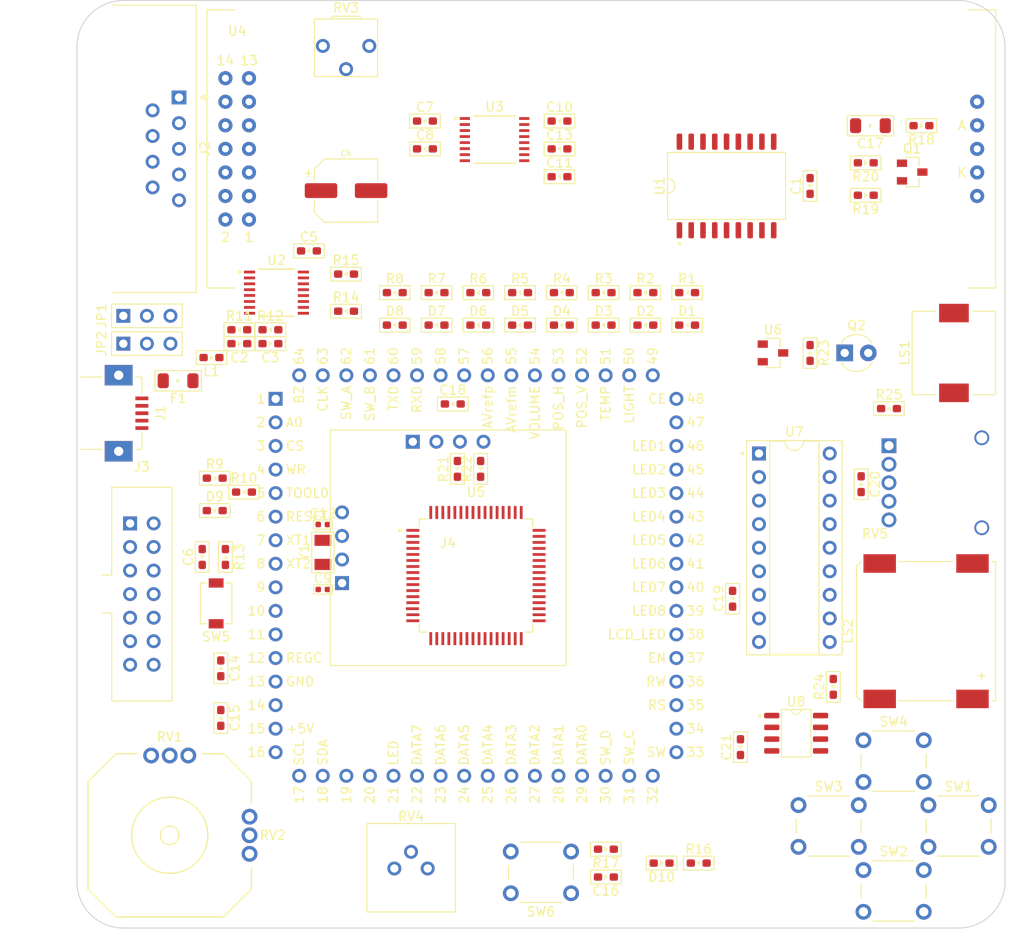
<source format=kicad_pcb>
(kicad_pcb (version 20211014) (generator pcbnew)
  (title_block (title "RL78TrainingBoard") (date "2022-05-20") (rev "V1.0") (company "https://github.com/KimiakiK"))
  (layers (0 "F.Cu" signal) (31 "B.Cu" signal) (34 "B.Paste" user) (35 "F.Paste" user) (36 "B.SilkS" user "B.Silkscreen") (37 "F.SilkS" user "F.Silkscreen") (38 "B.Mask" user) (39 "F.Mask" user) (44 "Edge.Cuts" user))
  (net 0 "")
  (net 1 "+5V")
  (net 2 "GND")
  (net 3 "/DP")
  (net 4 "/DM")
  (net 5 "+3V3")
  (net 6 "RESET")
  (net 7 "Net-(C7-Pad1)")
  (net 8 "Net-(C7-Pad2)")
  (net 9 "Net-(C8-Pad1)")
  (net 10 "Net-(C8-Pad2)")
  (net 11 "XT1")
  (net 12 "Net-(C10-Pad2)")
  (net 13 "Net-(C11-Pad1)")
  (net 14 "XT2")
  (net 15 "Net-(C14-Pad1)")
  (net 16 "USER_SW")
  (net 17 "Net-(C20-Pad1)")
  (net 18 "Net-(C20-Pad2)")
  (net 19 "Net-(C21-Pad2)")
  (net 20 "Net-(D1-Pad1)")
  (net 21 "Net-(D1-Pad2)")
  (net 22 "Net-(D2-Pad1)")
  (net 23 "Net-(D2-Pad2)")
  (net 24 "Net-(D3-Pad1)")
  (net 25 "Net-(D3-Pad2)")
  (net 26 "Net-(D4-Pad1)")
  (net 27 "Net-(D4-Pad2)")
  (net 28 "Net-(D5-Pad1)")
  (net 29 "Net-(D5-Pad2)")
  (net 30 "Net-(D6-Pad1)")
  (net 31 "Net-(D6-Pad2)")
  (net 32 "Net-(D7-Pad1)")
  (net 33 "Net-(D7-Pad2)")
  (net 34 "Net-(D8-Pad1)")
  (net 35 "Net-(D8-Pad2)")
  (net 36 "Net-(D9-Pad1)")
  (net 37 "Net-(D10-Pad1)")
  (net 38 "Net-(F1-Pad1)")
  (net 39 "Net-(F1-Pad2)")
  (net 42 "DSub_TXD")
  (net 43 "DSub_RXD")
  (net 52 "TOOL0")
  (net 56 "OLED_SCL")
  (net 57 "OLED_SDA")
  (net 58 "USB_TXD")
  (net 59 "UART_TXD")
  (net 60 "RS232C_TXD")
  (net 61 "USB_RXD")
  (net 62 "UART_RXD")
  (net 63 "RS232C_RXD")
  (net 64 "Net-(LS1-Pad1)")
  (net 65 "/SP-")
  (net 66 "/SP+")
  (net 67 "Net-(Q1-Pad1)")
  (net 68 "Net-(Q1-Pad3)")
  (net 69 "LIGHT")
  (net 70 "Net-(R11-Pad2)")
  (net 71 "Net-(R12-Pad2)")
  (net 72 "USER_LED")
  (net 73 "Net-(R18-Pad1)")
  (net 74 "LCD_LED")
  (net 75 "AMP_CE")
  (net 76 "BUZZER")
  (net 77 "POS_V")
  (net 78 "POS_H")
  (net 79 "Net-(RV3-Pad2)")
  (net 80 "USER_VOLUME")
  (net 81 "/Sound")
  (net 82 "SW_A")
  (net 83 "SW_B")
  (net 84 "SW_C")
  (net 85 "SW_D")
  (net 86 "LED1")
  (net 87 "LED2")
  (net 88 "LED3")
  (net 89 "LED4")
  (net 90 "LED5")
  (net 91 "LED6")
  (net 92 "LED7")
  (net 93 "LED8")
  (net 104 "LCD_RS")
  (net 105 "LCD_RW")
  (net 106 "LCD_EN")
  (net 107 "DATA0")
  (net 108 "DATA1")
  (net 109 "DATA2")
  (net 110 "DATA3")
  (net 111 "DATA4")
  (net 112 "DATA5")
  (net 113 "DATA6")
  (net 114 "DATA7")
  (net 116 "YMZ294_A0")
  (net 117 "YMZ294_CS")
  (net 118 "YMZ294_WR")
  (net 128 "TEMP")
  (net 131 "YMZ294_CLK")
  (footprint "RL78TrainingBoard:3216Metric" (layer "F.Cu") (at 35.5 -36.5 180)
    (fp_text reference "C17" (at 0 -1.9) (layer "F.SilkS"))
    (fp_text value "100uF")
    (pad "1" smd roundrect (at -1.6 0 180) (size 1.2 1.6) (layers "F.Cu" "F.Paste" "F.Mask") (net 1 "+5V"))
    (pad "2" smd roundrect (at 1.6 0 180) (size 1.2 1.6) (layers "F.Cu" "F.Paste" "F.Mask") (net 2 "GND"))
  )
  (footprint "RL78TrainingBoard:IDC-Header_2x07_P2.54mm_Vertical" (layer "F.Cu") (at -43 14)
    (fp_text reference "J3" (at 0 -13.72) (layer "F.SilkS"))
    (fp_text value "Debugger")
    (pad "1" thru_hole rect (at -1.27 -7.62) (size 1.5 1.5) (drill 0.9) (layers *.Cu *.Mask))
    (pad "2" thru_hole circle (at 1.27 -7.62) (size 1.5 1.5) (drill 0.9) (layers *.Cu *.Mask) (net 2 "GND"))
    (pad "3" thru_hole circle (at -1.27 -5.08) (size 1.5 1.5) (drill 0.9) (layers *.Cu *.Mask))
    (pad "4" thru_hole circle (at 1.27 -5.08) (size 1.5 1.5) (drill 0.9) (layers *.Cu *.Mask))
    (pad "5" thru_hole circle (at -1.27 -2.54) (size 1.5 1.5) (drill 0.9) (layers *.Cu *.Mask) (net 52 "TOOL0"))
    (pad "6" thru_hole circle (at 1.27 -2.54) (size 1.5 1.5) (drill 0.9) (layers *.Cu *.Mask))
    (pad "7" thru_hole circle (at -1.27 0) (size 1.5 1.5) (drill 0.9) (layers *.Cu *.Mask))
    (pad "8" thru_hole circle (at 1.27 0) (size 1.5 1.5) (drill 0.9) (layers *.Cu *.Mask) (net 1 "+5V"))
    (pad "9" thru_hole circle (at -1.27 2.54) (size 1.5 1.5) (drill 0.9) (layers *.Cu *.Mask) (net 1 "+5V"))
    (pad "10" thru_hole circle (at 1.27 2.54) (size 1.5 1.5) (drill 0.9) (layers *.Cu *.Mask) (net 6 "RESET"))
    (pad "11" thru_hole circle (at -1.27 5.08) (size 1.5 1.5) (drill 0.9) (layers *.Cu *.Mask))
    (pad "12" thru_hole circle (at 1.27 5.08) (size 1.5 1.5) (drill 0.9) (layers *.Cu *.Mask) (net 2 "GND"))
    (pad "13" thru_hole circle (at -1.27 7.62) (size 1.5 1.5) (drill 0.9) (layers *.Cu *.Mask) (net 6 "RESET"))
    (pad "14" thru_hole circle (at 1.27 7.62) (size 1.5 1.5) (drill 0.9) (layers *.Cu *.Mask) (net 2 "GND"))
  )
  (footprint "RL78TrainingBoard:SOT-23" (layer "F.Cu") (at 25 -12)
    (fp_text reference "U6" (at 0 -2.5) (layer "F.SilkS"))
    (fp_text value "LM60")
    (pad "1" smd rect (at -1.1 -0.95) (size 1.1 0.8) (layers "F.Cu" "F.Paste" "F.Mask") (net 1 "+5V"))
    (pad "2" smd rect (at -1.1 0.95) (size 1.1 0.8) (layers "F.Cu" "F.Paste" "F.Mask") (net 128 "TEMP"))
    (pad "3" smd rect (at 1.1 0) (size 1.1 0.8) (layers "F.Cu" "F.Paste" "F.Mask") (net 2 "GND"))
  )
  (footprint "" (layer "F.Cu") (at -34 46)
    (fp_text reference "" (at 0 0) (layer "F.SilkS") (effects (font (size 1.27 1.27))))
    (fp_text value "" (at 0 0) (layer "F.SilkS") (effects (font (size 1.27 1.27))))
    (pad "" np_thru_hole circle (at 0 0) (size 1.5 1.5) (drill 1.5) (layers F&B.Cu *.Mask))
  )
  (footprint "RL78TrainingBoard:1608Metric" (layer "F.Cu") (at 2 -31)
    (fp_text reference "C11" (at 0 -1.5) (layer "F.SilkS"))
    (fp_text value "0.1uF")
    (pad "1" smd roundrect (at -0.85 0) (size 0.9 0.8) (layers "F.Cu" "F.Paste" "F.Mask") (net 13 "Net-(C11-Pad1)"))
    (pad "2" smd roundrect (at 0.85 0) (size 0.9 0.8) (layers "F.Cu" "F.Paste" "F.Mask") (net 2 "GND"))
  )
  (footprint "RL78TrainingBoard:1608Metric" (layer "F.Cu") (at -12.5 -34)
    (fp_text reference "C8" (at 0 -1.5) (layer "F.SilkS"))
    (fp_text value "0.1uF")
    (pad "1" smd roundrect (at -0.85 0) (size 0.9 0.8) (layers "F.Cu" "F.Paste" "F.Mask") (net 9 "Net-(C8-Pad1)"))
    (pad "2" smd roundrect (at 0.85 0) (size 0.9 0.8) (layers "F.Cu" "F.Paste" "F.Mask") (net 10 "Net-(C8-Pad2)"))
  )
  (footprint "RL78TrainingBoard:1005Metric" (layer "F.Cu") (at -23.5 13.5)
    (fp_text reference "C9" (at 0 -1.2) (layer "F.SilkS"))
    (fp_text value "10pF")
    (pad "1" smd roundrect (at -0.5 0) (size 0.6 0.6) (layers "F.Cu" "F.Paste" "F.Mask") (net 11 "XT1"))
    (pad "2" smd roundrect (at 0.5 0) (size 0.6 0.6) (layers "F.Cu" "F.Paste" "F.Mask") (net 2 "GND"))
  )
  (footprint "RL78TrainingBoard:1608Metric" (layer "F.Cu") (at 11.25 -18.5)
    (fp_text reference "R2" (at 0 -1.5) (layer "F.SilkS"))
    (fp_text value "1k")
    (pad "1" smd roundrect (at -0.85 0) (size 0.9 0.8) (layers "F.Cu" "F.Paste" "F.Mask") (net 22 "Net-(D2-Pad1)"))
    (pad "2" smd roundrect (at 0.85 0) (size 0.9 0.8) (layers "F.Cu" "F.Paste" "F.Mask") (net 2 "GND"))
  )
  (footprint "RL78TrainingBoard:1608Metric" (layer "F.Cu") (at -2.25 -18.5)
    (fp_text reference "R5" (at 0 -1.5) (layer "F.SilkS"))
    (fp_text value "1k")
    (pad "1" smd roundrect (at -0.85 0) (size 0.9 0.8) (layers "F.Cu" "F.Paste" "F.Mask") (net 28 "Net-(D5-Pad1)"))
    (pad "2" smd roundrect (at 0.85 0) (size 0.9 0.8) (layers "F.Cu" "F.Paste" "F.Mask") (net 2 "GND"))
  )
  (footprint "RL78TrainingBoard:1608Metric" (layer "F.Cu") (at -9.5 -6.5)
    (fp_text reference "C18" (at 0 -1.5) (layer "F.SilkS"))
    (fp_text value "0.1uF")
    (pad "1" smd roundrect (at -0.85 0) (size 0.9 0.8) (layers "F.Cu" "F.Paste" "F.Mask") (net 1 "+5V"))
    (pad "2" smd roundrect (at 0.85 0) (size 0.9 0.8) (layers "F.Cu" "F.Paste" "F.Mask") (net 2 "GND"))
  )
  (footprint "RL78TrainingBoard:1608Metric" (layer "F.Cu") (at -29.15 -13 180)
    (fp_text reference "C3" (at 0 -1.5) (layer "F.SilkS"))
    (fp_text value "39pF")
    (pad "1" smd roundrect (at -0.85 0 180) (size 0.9 0.8) (layers "F.Cu" "F.Paste" "F.Mask") (net 4 "/DM"))
    (pad "2" smd roundrect (at 0.85 0 180) (size 0.9 0.8) (layers "F.Cu" "F.Paste" "F.Mask") (net 2 "GND"))
  )
  (footprint "RL78TrainingBoard:1608Metric" (layer "F.Cu") (at -32 3)
    (fp_text reference "R10" (at 0 -1.5) (layer "F.SilkS"))
    (fp_text value "1k")
    (pad "1" smd roundrect (at -0.85 0) (size 0.9 0.8) (layers "F.Cu" "F.Paste" "F.Mask") (net 1 "+5V"))
    (pad "2" smd roundrect (at 0.85 0) (size 0.9 0.8) (layers "F.Cu" "F.Paste" "F.Mask") (net 52 "TOOL0"))
  )
  (footprint "RL78TrainingBoard:Jumper_1x03_P2.54mm" (layer "F.Cu") (at -45 -16 90)
    (fp_text reference "JP1" (at 0 -2.33 90) (layer "F.SilkS"))
    (fp_text value "UART_TXD_Jumper")
    (pad "1" thru_hole rect (at 0 0 90) (size 1.5 1.5) (drill 0.9) (layers *.Cu *.Mask) (net 58 "USB_TXD"))
    (pad "2" thru_hole oval (at 0 2.54 90) (size 1.5 1.5) (drill 0.9) (layers *.Cu *.Mask) (net 59 "UART_TXD"))
    (pad "3" thru_hole oval (at 0 5.08 90) (size 1.5 1.5) (drill 0.9) (layers *.Cu *.Mask) (net 60 "RS232C_TXD"))
  )
  (footprint "RL78TrainingBoard:1608Metric" (layer "F.Cu") (at -21 -16.5)
    (fp_text reference "R14" (at 0 -1.5) (layer "F.SilkS"))
    (fp_text value "10k")
    (pad "1" smd roundrect (at -0.85 0) (size 0.9 0.8) (layers "F.Cu" "F.Paste" "F.Mask") (net 5 "+3V3"))
    (pad "2" smd roundrect (at 0.85 0) (size 0.9 0.8) (layers "F.Cu" "F.Paste" "F.Mask") (net 61 "USB_RXD"))
  )
  (footprint "RL78TrainingBoard:SW_PUSH_6mm" (layer "F.Cu") (at 27.75 36.75)
    (fp_text reference "SW3" (at 3.25 -2) (layer "F.SilkS"))
    (fp_text value "SW_C")
    (pad "1" thru_hole circle (at 6.5 0 90) (size 1.7 1.7) (drill 1) (layers *.Cu *.Mask) (net 2 "GND"))
    (pad "1" thru_hole circle (at 0 0 90) (size 1.7 1.7) (drill 1) (layers *.Cu *.Mask) (net 2 "GND"))
    (pad "2" thru_hole circle (at 0 4.5 90) (size 1.7 1.7) (drill 1) (layers *.Cu *.Mask) (net 84 "SW_C"))
    (pad "2" thru_hole circle (at 6.5 4.5 90) (size 1.7 1.7) (drill 1) (layers *.Cu *.Mask) (net 84 "SW_C"))
  )
  (footprint "RL78TrainingBoard:1608Metric" (layer "F.Cu") (at 21.5 30.5 90)
    (fp_text reference "C21" (at 0 -1.5 90) (layer "F.SilkS"))
    (fp_text value "1uF")
    (pad "1" smd roundrect (at -0.85 0 90) (size 0.9 0.8) (layers "F.Cu" "F.Paste" "F.Mask") (net 2 "GND"))
    (pad "2" smd roundrect (at 0.85 0 90) (size 0.9 0.8) (layers "F.Cu" "F.Paste" "F.Mask") (net 19 "Net-(C21-Pad2)"))
  )
  (footprint "RL78TrainingBoard:1608Metric" (layer "F.Cu") (at 37.5 -6)
    (fp_text reference "R25" (at 0 -1.5) (layer "F.SilkS"))
    (fp_text value "1k")
    (pad "1" smd roundrect (at -0.85 0) (size 0.9 0.8) (layers "F.Cu" "F.Paste" "F.Mask") (net 76 "BUZZER"))
    (pad "2" smd roundrect (at 0.85 0) (size 0.9 0.8) (layers "F.Cu" "F.Paste" "F.Mask") (net 64 "Net-(LS1-Pad1)"))
  )
  (footprint "RL78TrainingBoard:1608Metric" (layer "F.Cu") (at -6.75 -18.5)
    (fp_text reference "R6" (at 0 -1.5) (layer "F.SilkS"))
    (fp_text value "1k")
    (pad "1" smd roundrect (at -0.85 0) (size 0.9 0.8) (layers "F.Cu" "F.Paste" "F.Mask") (net 30 "Net-(D6-Pad1)"))
    (pad "2" smd roundrect (at 0.85 0) (size 0.9 0.8) (layers "F.Cu" "F.Paste" "F.Mask") (net 2 "GND"))
  )
  (footprint "RL78TrainingBoard:1608Metric" (layer "F.Cu") (at -36.5 10 90)
    (fp_text reference "C6" (at 0 -1.5 90) (layer "F.SilkS"))
    (fp_text value "0.1uF")
    (pad "1" smd roundrect (at -0.85 0 90) (size 0.9 0.8) (layers "F.Cu" "F.Paste" "F.Mask") (net 6 "RESET"))
    (pad "2" smd roundrect (at 0.85 0 90) (size 0.9 0.8) (layers "F.Cu" "F.Paste" "F.Mask") (net 2 "GND"))
  )
  (footprint "RL78TrainingBoard:1608Metric" (layer "F.Cu") (at 31.5 24 90)
    (fp_text reference "R24" (at 0 -1.5 90) (layer "F.SilkS"))
    (fp_text value "10k")
    (pad "1" smd roundrect (at -0.85 0 90) (size 0.9 0.8) (layers "F.Cu" "F.Paste" "F.Mask") (net 75 "AMP_CE"))
    (pad "2" smd roundrect (at 0.85 0 90) (size 0.9 0.8) (layers "F.Cu" "F.Paste" "F.Mask") (net 1 "+5V"))
  )
  (footprint "RL78TrainingBoard:TSR-3323S" (layer "F.Cu") (at -21 -48)
    (fp_text reference "RV3" (at 0 -1.2 unlocked) (layer "F.SilkS"))
    (fp_text value "10k")
    (pad "1" thru_hole circle (at -2.5 2.9) (size 1.5 1.5) (drill 0.9) (layers *.Cu *.Mask) (net 1 "+5V"))
    (pad "2" thru_hole circle (at 0 5.4) (size 1.5 1.5) (drill 0.9) (layers *.Cu *.Mask) (net 79 "Net-(RV3-Pad2)"))
    (pad "3" thru_hole circle (at 2.5 2.9) (size 1.5 1.5) (drill 0.9) (layers *.Cu *.Mask) (net 2 "GND"))
  )
  (footprint "RL78TrainingBoard:1608Metric" (layer "F.Cu") (at 6.75 -18.5)
    (fp_text reference "R3" (at 0 -1.5) (layer "F.SilkS"))
    (fp_text value "1k")
    (pad "1" smd roundrect (at -0.85 0) (size 0.9 0.8) (layers "F.Cu" "F.Paste" "F.Mask") (net 24 "Net-(D3-Pad1)"))
    (pad "2" smd roundrect (at 0.85 0) (size 0.9 0.8) (layers "F.Cu" "F.Paste" "F.Mask") (net 2 "GND"))
  )
  (footprint "RL78TrainingBoard:1608Metric" (layer "F.Cu") (at 35 -29 180)
    (fp_text reference "R19" (at 0 -1.5) (layer "F.SilkS"))
    (fp_text value "10k")
    (pad "1" smd roundrect (at -0.85 0 180) (size 0.9 0.8) (layers "F.Cu" "F.Paste" "F.Mask") (net 67 "Net-(Q1-Pad1)"))
    (pad "2" smd roundrect (at 0.85 0 180) (size 0.9 0.8) (layers "F.Cu" "F.Paste" "F.Mask") (net 2 "GND"))
  )
  (footprint "RL78TrainingBoard:Volume_RK10J" (layer "F.Cu") (at 45 2 -90)
    (fp_text reference "RV5" (at 5.5 9 180) (layer "F.SilkS"))
    (fp_text value "10k")
    (pad "1" thru_hole rect (at -4 7.5 270) (size 1.6 1.6) (drill 1) (layers *.Cu *.Mask) (net 81 "/Sound"))
    (pad "2" thru_hole circle (at -2 7.5 270) (size 1.6 1.6) (drill 1) (layers *.Cu *.Mask) (net 17 "Net-(C20-Pad1)"))
    (pad "3" thru_hole circle (at 4 7.5 270) (size 1.6 1.6) (drill 1) (layers *.Cu *.Mask) (net 2 "GND"))
    (pad "~" thru_hole circle (at 2 7.5 270) (size 1.6 1.6) (drill 1) (layers *.Cu *.Mask))
    (pad "~" thru_hole circle (at 0 7.5 270) (size 1.6 1.6) (drill 1) (layers *.Cu *.Mask))
    (pad "~" thru_hole circle (at 4.85 -2.5 270) (size 1.6 1.6) (drill 1.2) (layers *.Cu *.Mask))
    (pad "~" thru_hole circle (at -4.85 -2.5 270) (size 1.6 1.6) (drill 1.2) (layers *.Cu *.Mask))
  )
  (footprint "RL78TrainingBoard:1005Metric" (layer "F.Cu") (at -23.5 6.5)
    (fp_text reference "C12" (at 0 -1.2) (layer "F.SilkS"))
    (fp_text value "10pF")
    (pad "1" smd roundrect (at -0.5 0) (size 0.6 0.6) (layers "F.Cu" "F.Paste" "F.Mask") (net 14 "XT2"))
    (pad "2" smd roundrect (at 0.5 0) (size 0.6 0.6) (layers "F.Cu" "F.Paste" "F.Mask") (net 2 "GND"))
  )
  (footprint "RL78TrainingBoard:UM1515IA085008" (layer "F.Cu") (at 41.5 18 90)
    (fp_text reference "LS2" (at 0 -8.4 90 unlocked) (layer "F.SilkS"))
    (fp_text value "Speaker")
    (fp_text user "+" (at -4.8 5.9 90 unlocked) (layer "F.SilkS"))
    (pad "1" smd rect (at 7.3 5 90) (size 2 3.5) (layers "F.Cu" "F.Paste" "F.Mask") (net 65 "/SP-"))
    (pad "1" smd rect (at 7.3 -5 90) (size 2 3.5) (layers "F.Cu" "F.Paste" "F.Mask") (net 65 "/SP-"))
    (pad "2" smd rect (at -7.3 -5 90) (size 2 3.5) (layers "F.Cu" "F.Paste" "F.Mask") (net 66 "/SP+"))
    (pad "2" smd rect (at -7.3 5 90) (size 2 3.5) (layers "F.Cu" "F.Paste" "F.Mask") (net 66 "/SP+"))
  )
  (footprint "RL78TrainingBoard:NJL7502L" (layer "F.Cu") (at 32.73 -12)
    (fp_text reference "Q2" (at 1.27 -2.96) (layer "F.SilkS"))
    (fp_text value "NJL7502L")
    (pad "1" thru_hole circle (at 2.54 0) (size 1.8 1.8) (drill 0.9) (layers *.Cu *.Mask) (net 1 "+5V"))
    (pad "2" thru_hole rect (at 0 0) (size 1.8 1.8) (drill 0.9) (layers *.Cu *.Mask) (net 69 "LIGHT"))
  )
  (footprint "RL78TrainingBoard:1608Metric" (layer "F.Cu") (at 2.25 -15)
    (fp_text reference "D4" (at 0 -1.5) (layer "F.SilkS"))
    (fp_text value "BYTE_LED")
    (pad "1" smd roundrect (at -0.85 0) (size 0.9 0.8) (layers "F.Cu" "F.Paste" "F.Mask") (net 26 "Net-(D4-Pad1)"))
    (pad "2" smd roundrect (at 0.85 0) (size 0.9 0.8) (layers "F.Cu" "F.Paste" "F.Mask") (net 27 "Net-(D4-Pad2)"))
  )
  (footprint "RL78TrainingBoard:3216Metric" (layer "F.Cu") (at -39.1 -9 180)
    (fp_text reference "F1" (at 0 -1.9) (layer "F.SilkS"))
    (fp_text value "Polyfuse")
    (pad "1" smd roundrect (at -1.6 0 180) (size 1.2 1.6) (layers "F.Cu" "F.Paste" "F.Mask") (net 38 "Net-(F1-Pad1)"))
    (pad "2" smd roundrect (at 1.6 0 180) (size 1.2 1.6) (layers "F.Cu" "F.Paste" "F.Mask") (net 39 "Net-(F1-Pad2)"))
  )
  (footprint "RL78TrainingBoard:CP_Elec_6.3x7.7" (layer "F.Cu") (at -21 -29.5)
    (fp_text reference "C4" (at 0 -4) (layer "F.SilkS") (effects (font (size 0.6 0.6) (thickness 0.1))))
    (fp_text value "100uF")
    (pad "1" smd roundrect (at -2.7 0) (size 3.5 1.6) (layers "F.Cu" "F.Paste" "F.Mask") (roundrect_rratio 0.15625) (net 1 "+5V"))
    (pad "2" smd roundrect (at 2.7 0) (size 3.5 1.6) (layers "F.Cu" "F.Paste" "F.Mask") (roundrect_rratio 0.15625) (net 2 "GND"))
  )
  (footprint "RL78TrainingBoard:SW_PUSH_6mm" (layer "F.Cu") (at 34.75 43.75)
    (fp_text reference "SW2" (at 3.25 -2) (layer "F.SilkS"))
    (fp_text value "SW_B")
    (pad "1" thru_hole circle (at 0 0 90) (size 1.7 1.7) (drill 1) (layers *.Cu *.Mask) (net 2 "GND"))
    (pad "1" thru_hole circle (at 6.5 0 90) (size 1.7 1.7) (drill 1) (layers *.Cu *.Mask) (net 2 "GND"))
    (pad "2" thru_hole circle (at 0 4.5 90) (size 1.7 1.7) (drill 1) (layers *.Cu *.Mask) (net 83 "SW_B"))
    (pad "2" thru_hole circle (at 6.5 4.5 90) (size 1.7 1.7) (drill 1) (layers *.Cu *.Mask) (net 83 "SW_B"))
  )
  (footprint "RL78TrainingBoard:1608Metric" (layer "F.Cu") (at 29 -12 -90)
    (fp_text reference "R23" (at 0 -1.5 90) (layer "F.SilkS"))
    (fp_text value "10k")
    (pad "1" smd roundrect (at -0.85 0 270) (size 0.9 0.8) (layers "F.Cu" "F.Paste" "F.Mask") (net 69 "LIGHT"))
    (pad "2" smd roundrect (at 0.85 0 270) (size 0.9 0.8) (layers "F.Cu" "F.Paste" "F.Mask") (net 2 "GND"))
  )
  (footprint "RL78TrainingBoard:1608Metric" (layer "F.Cu") (at -11.25 -15)
    (fp_text reference "D7" (at 0 -1.5) (layer "F.SilkS"))
    (fp_text value "BYTE_LED")
    (pad "1" smd roundrect (at -0.85 0) (size 0.9 0.8) (layers "F.Cu" "F.Paste" "F.Mask") (net 32 "Net-(D7-Pad1)"))
    (pad "2" smd roundrect (at 0.85 0) (size 0.9 0.8) (layers "F.Cu" "F.Paste" "F.Mask") (net 33 "Net-(D7-Pad2)"))
  )
  (footprint "RL78TrainingBoard:SW_PUSH_6mm" (layer "F.Cu") (at 41.75 36.75)
    (fp_text reference "SW1" (at 3.25 -2) (layer "F.SilkS"))
    (fp_text value "SW_A")
    (pad "1" thru_hole circle (at 6.5 0 90) (size 1.7 1.7) (drill 1) (layers *.Cu *.Mask) (net 2 "GND"))
    (pad "1" thru_hole circle (at 0 0 90) (size 1.7 1.7) (drill 1) (layers *.Cu *.Mask) (net 2 "GND"))
    (pad "2" thru_hole circle (at 0 4.5 90) (size 1.7 1.7) (drill 1) (layers *.Cu *.Mask) (net 82 "SW_A"))
    (pad "2" thru_hole circle (at 6.5 4.5 90) (size 1.7 1.7) (drill 1) (layers *.Cu *.Mask) (net 82 "SW_A"))
  )
  (footprint "RL78TrainingBoard:1608Metric" (layer "F.Cu") (at -34.5 22 -90)
    (fp_text reference "C14" (at 0 -1.5 90) (layer "F.SilkS"))
    (fp_text value "1uF")
    (pad "1" smd roundrect (at -0.85 0 270) (size 0.9 0.8) (layers "F.Cu" "F.Paste" "F.Mask") (net 15 "Net-(C14-Pad1)"))
    (pad "2" smd roundrect (at 0.85 0 270) (size 0.9 0.8) (layers "F.Cu" "F.Paste" "F.Mask") (net 2 "GND"))
  )
  (footprint "RL78TrainingBoard:1608Metric" (layer "F.Cu") (at 15.75 -15)
    (fp_text reference "D1" (at 0 -1.5) (layer "F.SilkS"))
    (fp_text value "BYTE_LED")
    (pad "1" smd roundrect (at -0.85 0) (size 0.9 0.8) (layers "F.Cu" "F.Paste" "F.Mask") (net 20 "Net-(D1-Pad1)"))
    (pad "2" smd roundrect (at 0.85 0) (size 0.9 0.8) (layers "F.Cu" "F.Paste" "F.Mask") (net 21 "Net-(D1-Pad2)"))
  )
  (footprint "RL78TrainingBoard:1608Metric" (layer "F.Cu") (at -6.75 -15)
    (fp_text reference "D6" (at 0 -1.5) (layer "F.SilkS"))
    (fp_text value "BYTE_LED")
    (pad "1" smd roundrect (at -0.85 0) (size 0.9 0.8) (layers "F.Cu" "F.Paste" "F.Mask") (net 30 "Net-(D6-Pad1)"))
    (pad "2" smd roundrect (at 0.85 0) (size 0.9 0.8) (layers "F.Cu" "F.Paste" "F.Mask") (net 31 "Net-(D6-Pad2)"))
  )
  (footprint "RL78TrainingBoard:1608Metric" (layer "F.Cu") (at 7 44.5 180)
    (fp_text reference "C16" (at 0 -1.5) (layer "F.SilkS"))
    (fp_text value "0.1uF")
    (pad "1" smd roundrect (at -0.85 0 180) (size 0.9 0.8) (layers "F.Cu" "F.Paste" "F.Mask") (net 16 "USER_SW"))
    (pad "2" smd roundrect (at 0.85 0 180) (size 0.9 0.8) (layers "F.Cu" "F.Paste" "F.Mask") (net 2 "GND"))
  )
  (footprint "RL78TrainingBoard:1608Metric" (layer "F.Cu") (at 2 -34)
    (fp_text reference "C13" (at 0 -1.5) (layer "F.SilkS"))
    (fp_text value "0.1uF")
    (pad "1" smd roundrect (at -0.85 0) (size 0.9 0.8) (layers "F.Cu" "F.Paste" "F.Mask") (net 5 "+3V3"))
    (pad "2" smd roundrect (at 0.85 0) (size 0.9 0.8) (layers "F.Cu" "F.Paste" "F.Mask") (net 2 "GND"))
  )
  (footprint "RL78TrainingBoard:PKMCS0909E4000-R1" (layer "F.Cu") (at 44.5 -12 90)
    (fp_text reference "LS1" (at 0 -5.3 90 unlocked) (layer "F.SilkS"))
    (fp_text value "Buzzer")
    (pad "1" smd rect (at -4.3 0 90) (size 2 3.2) (layers "F.Cu" "F.Paste" "F.Mask") (net 64 "Net-(LS1-Pad1)"))
    (pad "2" smd rect (at 4.3 0 90) (size 2 3.2) (layers "F.Cu" "F.Paste" "F.Mask") (net 2 "GND"))
  )
  (footprint "RL78TrainingBoard:UX60SC-MB-5ST" (layer "F.Cu") (at -50 -5.5 -90)
    (fp_text reference "J1" (at 0 -9 90) (layer "F.SilkS"))
    (fp_text value "USB_B_Mini")
    (pad "1" smd rect (at -1.6 -7 270) (size 0.4 1.4) (layers "F.Cu" "F.Paste" "F.Mask") (net 39 "Net-(F1-Pad2)"))
    (pad "2" smd rect (at -0.8 -7 270) (size 0.4 1.4) (layers "F.Cu" "F.Paste" "F.Mask") (net 4 "/DM"))
    (pad "3" smd rect (at 0 -7 270) (size 0.4 1.4) (layers "F.Cu" "F.Paste" "F.Mask") (net 3 "/DP"))
    (pad "4" smd rect (at 0.8 -7 270) (size 0.4 1.4) (layers "F.Cu" "F.Paste" "F.Mask"))
    (pad "5" smd rect (at 1.6 -7 270) (size 0.4 1.4) (layers "F.Cu" "F.Paste" "F.Mask") (net 2 "GND"))
    (pad "6" thru_hole rect (at 4.1 -4.5 90) (size 2.2 3) (drill 1) (layers *.Cu *.Mask) (net 2 "GND"))
    (pad "6" thru_hole rect (at -4.1 -4.5 90) (size 2.2 3) (drill 1) (layers *.Cu *.Mask) (net 2 "GND"))
  )
  (footprint "RL78TrainingBoard:SW_PUSH_6mm" (layer "F.Cu") (at 3.25 46.25 180)
    (fp_text reference "SW6" (at 3.25 -2) (layer "F.SilkS"))
    (fp_text value "USER_SW")
    (pad "1" thru_hole circle (at 0 0 270) (size 1.7 1.7) (drill 1) (layers *.Cu *.Mask) (net 2 "GND"))
    (pad "1" thru_hole circle (at 6.5 0 270) (size 1.7 1.7) (drill 1) (layers *.Cu *.Mask) (net 2 "GND"))
    (pad "2" thru_hole circle (at 0 4.5 270) (size 1.7 1.7) (drill 1) (layers *.Cu *.Mask) (net 16 "USER_SW"))
    (pad "2" thru_hole circle (at 6.5 4.5 270) (size 1.7 1.7) (drill 1) (layers *.Cu *.Mask) (net 16 "USER_SW"))
  )
  (footprint "RL78TrainingBoard:1608Metric" (layer "F.Cu") (at -29.15 -14.5)
    (fp_text reference "R12" (at 0 -1.5) (layer "F.SilkS"))
    (fp_text value "27")
    (pad "1" smd roundrect (at -0.85 0) (size 0.9 0.8) (layers "F.Cu" "F.Paste" "F.Mask") (net 4 "/DM"))
    (pad "2" smd roundrect (at 0.85 0) (size 0.9 0.8) (layers "F.Cu" "F.Paste" "F.Mask") (net 71 "Net-(R12-Pad2)"))
  )
  (footprint "RL78TrainingBoard:1608Metric" (layer "F.Cu") (at 13 43 180)
    (fp_text reference "D10" (at 0 -1.5) (layer "F.SilkS"))
    (fp_text value "USER_LED")
    (pad "1" smd roundrect (at -0.85 0 180) (size 0.9 0.8) (layers "F.Cu" "F.Paste" "F.Mask") (net 37 "Net-(D10-Pad1)"))
    (pad "2" smd roundrect (at 0.85 0 180) (size 0.9 0.8) (layers "F.Cu" "F.Paste" "F.Mask") (net 1 "+5V"))
  )
  (footprint "RL78TrainingBoard:1608Metric" (layer "F.Cu") (at -6.5 0.5 90)
    (fp_text reference "R22" (at 0 -1.5 90) (layer "F.SilkS"))
    (fp_text value "2.2k")
    (pad "1" smd roundrect (at -0.85 0 90) (size 0.9 0.8) (layers "F.Cu" "F.Paste" "F.Mask") (net 1 "+5V"))
    (pad "2" smd roundrect (at 0.85 0 90) (size 0.9 0.8) (layers "F.Cu" "F.Paste" "F.Mask") (net 57 "OLED_SDA"))
  )
  (footprint "RL78TrainingBoard:1608Metric" (layer "F.Cu") (at 29 -30 90)
    (fp_text reference "C1" (at 0 -1.5 90) (layer "F.SilkS"))
    (fp_text value "0.1uF")
    (pad "1" smd roundrect (at -0.85 0 90) (size 0.9 0.8) (layers "F.Cu" "F.Paste" "F.Mask") (net 1 "+5V"))
    (pad "2" smd roundrect (at 0.85 0 90) (size 0.9 0.8) (layers "F.Cu" "F.Paste" "F.Mask") (net 2 "GND"))
  )
  (footprint "RL78TrainingBoard:DIP-18_W7.62mm_Socket" (layer "F.Cu") (at 23.495 -1.16)
    (fp_text reference "U7" (at 3.81 -2.33) (layer "F.SilkS"))
    (fp_text value "YMZ294")
    (pad "1" thru_hole rect (at 0 0) (size 1.5 1.5) (drill 0.9) (layers *.Cu *.Mask) (net 118 "YMZ294_WR"))
    (pad "2" thru_hole oval (at 0 2.54) (size 1.5 1.5) (drill 0.9) (layers *.Cu *.Mask) (net 117 "YMZ294_CS"))
    (pad "3" thru_hole oval (at 0 5.08) (size 1.5 1.5) (drill 0.9) (layers *.Cu *.Mask) (net 116 "YMZ294_A0"))
    (pad "4" thru_hole oval (at 0 7.62) (size 1.5 1.5) (drill 0.9) (layers *.Cu *.Mask) (net 1 "+5V"))
    (pad "5" thru_hole oval (at 0 10.16) (size 1.5 1.5) (drill 0.9) (layers *.Cu *.Mask) (net 81 "/Sound"))
    (pad "6" thru_hole oval (at 0 12.7) (size 1.5 1.5) (drill 0.9) (layers *.Cu *.Mask) (net 2 "GND"))
    (pad "7" thru_hole oval (at 0 15.24) (size 1.5 1.5) (drill 0.9) (layers *.Cu *.Mask) (net 131 "YMZ294_CLK"))
    (pad "8" thru_hole oval (at 0 17.78) (size 1.5 1.5) (drill 0.9) (layers *.Cu *.Mask) (net 2 "GND"))
    (pad "9" thru_hole oval (at 0 20.32) (size 1.5 1.5) (drill 0.9) (layers *.Cu *.Mask) (net 1 "+5V"))
    (pad "10" thru_hole oval (at 7.62 20.32) (size 1.5 1.5) (drill 0.9) (layers *.Cu *.Mask))
    (pad "11" thru_hole oval (at 7.62 17.78) (size 1.5 1.5) (drill 0.9) (layers *.Cu *.Mask) (net 114 "DATA7"))
    (pad "12" thru_hole oval (at 7.62 15.24) (size 1.5 1.5) (drill 0.9) (layers *.Cu *.Mask) (net 113 "DATA6"))
    (pad "13" thru_hole oval (at 7.62 12.7) (size 1.5 1.5) (drill 0.9) (layers *.Cu *.Mask) (net 112 "DATA5"))
    (pad "14" thru_hole oval (at 7.62 10.16) (size 1.5 1.5) (drill 0.9) (layers *.Cu *.Mask) (net 111 "DATA4"))
    (pad "15" thru_hole oval (at 7.62 7.62) (size 1.5 1.5) (drill 0.9) (layers *.Cu *.Mask) (net 110 "DATA3"))
    (pad "16" thru_hole oval (at 7.62 5.08) (size 1.5 1.5) (drill 0.9) (layers *.Cu *.Mask) (net 109 "DATA2"))
    (pad "17" thru_hole oval (at 7.62 2.54) (size 1.5 1.5) (drill 0.9) (layers *.Cu *.Mask) (net 108 "DATA1"))
    (pad "18" thru_hole oval (at 7.62 0) (size 1.5 1.5) (drill 0.9) (layers *.Cu *.Mask) (net 107 "DATA0"))
  )
  (footprint "RL78TrainingBoard:SW_PUSH_6mm" (layer "F.Cu") (at 34.75 29.75)
    (fp_text reference "SW4" (at 3.25 -2) (layer "F.SilkS"))
    (fp_text value "SW_D")
    (pad "1" thru_hole circle (at 6.5 0 90) (size 1.7 1.7) (drill 1) (layers *.Cu *.Mask) (net 2 "GND"))
    (pad "1" thru_hole circle (at 0 0 90) (size 1.7 1.7) (drill 1) (layers *.Cu *.Mask) (net 2 "GND"))
    (pad "2" thru_hole circle (at 0 4.5 90) (size 1.7 1.7) (drill 1) (layers *.Cu *.Mask) (net 85 "SW_D"))
    (pad "2" thru_hole circle (at 6.5 4.5 90) (size 1.7 1.7) (drill 1) (layers *.Cu *.Mask) (net 85 "SW_D"))
  )
  (footprint "RL78TrainingBoard:1608Metric" (layer "F.Cu") (at 6.75 -15)
    (fp_text reference "D3" (at 0 -1.5) (layer "F.SilkS"))
    (fp_text value "BYTE_LED")
    (pad "1" smd roundrect (at -0.85 0) (size 0.9 0.8) (layers "F.Cu" "F.Paste" "F.Mask") (net 24 "Net-(D3-Pad1)"))
    (pad "2" smd roundrect (at 0.85 0) (size 0.9 0.8) (layers "F.Cu" "F.Paste" "F.Mask") (net 25 "Net-(D3-Pad2)"))
  )
  (footprint "RL78TrainingBoard:1608Metric" (layer "F.Cu") (at -25 -23)
    (fp_text reference "C5" (at 0 -1.5) (layer "F.SilkS"))
    (fp_text value "0.1uF")
    (pad "1" smd roundrect (at -0.85 0) (size 0.9 0.8) (layers "F.Cu" "F.Paste" "F.Mask") (net 5 "+3V3"))
    (pad "2" smd roundrect (at 0.85 0) (size 0.9 0.8) (layers "F.Cu" "F.Paste" "F.Mask") (net 2 "GND"))
  )
  (footprint "RL78TrainingBoard:Jumper_1x03_P2.54mm" (layer "F.Cu") (at -45 -13 90)
    (fp_text reference "JP2" (at 0 -2.33 90) (layer "F.SilkS"))
    (fp_text value "UART_RXD_Jumper")
    (pad "1" thru_hole rect (at 0 0 90) (size 1.5 1.5) (drill 0.9) (layers *.Cu *.Mask) (net 61 "USB_RXD"))
    (pad "2" thru_hole oval (at 0 2.54 90) (size 1.5 1.5) (drill 0.9) (layers *.Cu *.Mask) (net 62 "UART_RXD"))
    (pad "3" thru_hole oval (at 0 5.08 90) (size 1.5 1.5) (drill 0.9) (layers *.Cu *.Mask) (net 63 "RS232C_RXD"))
  )
  (footprint "RL78TrainingBoard:1608Metric" (layer "F.Cu") (at 7 41.5 180)
    (fp_text reference "R17" (at 0 -1.5) (layer "F.SilkS"))
    (fp_text value "10k")
    (pad "1" smd roundrect (at -0.85 0 180) (size 0.9 0.8) (layers "F.Cu" "F.Paste" "F.Mask") (net 1 "+5V"))
    (pad "2" smd roundrect (at 0.85 0 180) (size 0.9 0.8) (layers "F.Cu" "F.Paste" "F.Mask") (net 16 "USER_SW"))
  )
  (footprint "RL78TrainingBoard:1608Metric" (layer "F.Cu") (at -35.5 -11.5 180)
    (fp_text reference "L1" (at 0 -1.5) (layer "F.SilkS"))
    (fp_text value "L")
    (pad "1" smd roundrect (at -0.85 0 180) (size 0.9 0.8) (layers "F.Cu" "F.Paste" "F.Mask") (net 1 "+5V"))
    (pad "2" smd roundrect (at 0.85 0 180) (size 0.9 0.8) (layers "F.Cu" "F.Paste" "F.Mask") (net 38 "Net-(F1-Pad1)"))
  )
  (footprint "RL78TrainingBoard:RV" (layer "F.Cu") (at -31.4 40 -90)
    (fp_text reference "RV2" (at 0 -2.5 unlocked) (layer "F.SilkS"))
    (fp_text value "10k")
    (pad "1" thru_hole circle (at 2 0 270) (size 1.7 1.7) (drill 1) (layers *.Cu *.Mask) (net 1 "+5V"))
    (pad "2" thru_hole circle (at 0 0 270) (size 1.7 1.7) (drill 1) (layers *.Cu *.Mask) (net 78 "POS_H"))
    (pad "3" thru_hole circle (at -2 0 270) (size 1.7 1.7) (drill 1) (layers *.Cu *.Mask) (net 2 "GND"))
  )
  (footprint "RL78TrainingBoard:RV" (layer "F.Cu") (at -40 31.4)
    (fp_text reference "RV1" (at 0 -2 unlocked) (layer "F.SilkS"))
    (fp_text value "10k")
    (pad "1" thru_hole circle (at 2 0) (size 1.7 1.7) (drill 1) (layers *.Cu *.Mask) (net 1 "+5V"))
    (pad "2" thru_hole circle (at 0 0) (size 1.7 1.7) (drill 1) (layers *.Cu *.Mask) (net 77 "POS_V"))
    (pad "3" thru_hole circle (at -2 0) (size 1.7 1.7) (drill 1) (layers *.Cu *.Mask) (net 2 "GND"))
  )
  (footprint "RL78TrainingBoard:1608Metric" (layer "F.Cu") (at -12.5 -37)
    (fp_text reference "C7" (at 0 -1.5) (layer "F.SilkS"))
    (fp_text value "0.1uF")
    (pad "1" smd roundrect (at -0.85 0) (size 0.9 0.8) (layers "F.Cu" "F.Paste" "F.Mask") (net 7 "Net-(C7-Pad1)"))
    (pad "2" smd roundrect (at 0.85 0) (size 0.9 0.8) (layers "F.Cu" "F.Paste" "F.Mask") (net 8 "Net-(C7-Pad2)"))
  )
  (footprint "RL78TrainingBoard:OLED" (layer "F.Cu") (at -10 9)
    (fp_text reference "J4" (at 0 -0.5 unlocked) (layer "F.SilkS"))
    (fp_text value "OLED")
    (pad "1" thru_hole rect (at -3.81 -11.43) (size 1.5 1.5) (drill 0.9) (layers *.Cu *.Mask) (net 2 "GND"))
    (pad "1" thru_hole rect (at -11.43 3.81) (size 1.5 1.5) (drill 0.9) (layers *.Cu *.Mask) (net 2 "GND"))
    (pad "2" thru_hole circle (at -11.43 1.27) (size 1.5 1.5) (drill 0.9) (layers *.Cu *.Mask) (net 1 "+5V"))
    (pad "2" thru_hole circle (at -1.27 -11.43) (size 1.5 1.5) (drill 0.9) (layers *.Cu *.Mask) (net 1 "+5V"))
    (pad "3" thru_hole circle (at 1.27 -11.43) (size 1.5 1.5) (drill 0.9) (layers *.Cu *.Mask) (net 56 "OLED_SCL"))
    (pad "3" thru_hole circle (at -11.43 -1.27) (size 1.5 1.5) (drill 0.9) (layers *.Cu *.Mask) (net 56 "OLED_SCL"))
    (pad "4" thru_hole circle (at 3.81 -11.43) (size 1.5 1.5) (drill 0.9) (layers *.Cu *.Mask) (net 57 "OLED_SDA"))
    (pad "4" thru_hole circle (at -11.43 -3.81) (size 1.5 1.5) (drill 0.9) (layers *.Cu *.Mask) (net 57 "OLED_SDA"))
  )
  (footprint "RL78TrainingBoard:1608Metric" (layer "F.Cu") (at -11.25 -18.5)
    (fp_text reference "R7" (at 0 -1.5) (layer "F.SilkS"))
    (fp_text value "1k")
    (pad "1" smd roundrect (at -0.85 0) (size 0.9 0.8) (layers "F.Cu" "F.Paste" "F.Mask") (net 32 "Net-(D7-Pad1)"))
    (pad "2" smd roundrect (at 0.85 0) (size 0.9 0.8) (layers "F.Cu" "F.Paste" "F.Mask") (net 2 "GND"))
  )
  (footprint "RL78TrainingBoard:TSR-3386K" (layer "F.Cu") (at -14 41.785)
    (fp_text reference "RV4" (at 0 -3.8 unlocked) (layer "F.SilkS"))
    (fp_text value "10k")
    (pad "1" thru_hole circle (at -1.796 1.796) (size 1.5 1.5) (drill 0.9) (layers *.Cu *.Mask) (net 1 "+5V"))
    (pad "2" thru_hole circle (at 0 0) (size 1.5 1.5) (drill 0.9) (layers *.Cu *.Mask) (net 80 "USER_VOLUME"))
    (pad "3" thru_hole circle (at 1.796 1.796) (size 1.5 1.5) (drill 0.9) (layers *.Cu *.Mask) (net 2 "GND"))
  )
  (footprint "RL78TrainingBoard:1608Metric" (layer "F.Cu") (at -34 10 -90)
    (fp_text reference "R13" (at 0 -1.5 90) (layer "F.SilkS"))
    (fp_text value "10k")
    (pad "1" smd roundrect (at -0.85 0 270) (size 0.9 0.8) (layers "F.Cu" "F.Paste" "F.Mask") (net 1 "+5V"))
    (pad "2" smd roundrect (at 0.85 0 270) (size 0.9 0.8) (layers "F.Cu" "F.Paste" "F.Mask") (net 6 "RESET"))
  )
  (footprint "RL78TrainingBoard:SW_TVAF06" (layer "F.Cu") (at -35 15 180)
    (fp_text reference "SW5" (at 0 -3.6) (layer "F.SilkS"))
    (fp_text value "RESET_SW")
    (pad "" np_thru_hole circle (at -0.9 0 180) (size 0.75 0.75) (drill 0.75) (layers *.Cu *.Mask))
    (pad "" np_thru_hole circle (at 0.9 0 180) (size 0.75 0.75) (drill 0.75) (layers *.Cu *.Mask))
    (pad "1" smd rect (at 0 -2.2 180) (size 1.6 1) (layers "F.Cu" "F.Paste" "F.Mask") (net 2 "GND"))
    (pad "2" smd rect (at 0 2.2 180) (size 1.6 1) (layers "F.Cu" "F.Paste" "F.Mask") (net 6 "RESET"))
  )
  (footprint "RL78TrainingBoard:1608Metric" (layer "F.Cu") (at 41 -36.5 180)
    (fp_text reference "R18" (at 0 -1.5) (layer "F.SilkS"))
    (fp_text value "100")
    (pad "1" smd roundrect (at -0.85 0 180) (size 0.9 0.8) (layers "F.Cu" "F.Paste" "F.Mask") (net 73 "Net-(R18-Pad1)"))
    (pad "2" smd roundrect (at 0.85 0 180) (size 0.9 0.8) (layers "F.Cu" "F.Paste" "F.Mask") (net 1 "+5V"))
  )
  (footprint "RL78TrainingBoard:DSUB-9_Male_Horizontal_P2.77x2.84mm_EdgePinOffset7.70mm_Housed_MountingHolesOffset9.12mm" (layer "F.Cu") (at -39 -39.54 -90)
    (fp_text reference "J2" (at 5.54 -2.8 90) (layer "F.SilkS"))
    (fp_text value "DSub9pin_Male")
    (pad "" np_thru_hole circle (at 18.04 1.42 270) (size 3.2 3.2) (drill 3.2) (layers *.Cu *.Mask))
    (pad "" np_thru_hole circle (at -6.96 1.42 270) (size 3.2 3.2) (drill 3.2) (layers *.Cu *.Mask))
    (pad "1" thru_hole rect (at 0 0 270) (size 1.5 1.6) (drill 0.9) (layers *.Cu *.Mask))
    (pad "2" thru_hole circle (at 2.77 0 270) (size 1.5 1.5) (drill 0.9) (layers *.Cu *.Mask) (net 42 "DSub_TXD"))
    (pad "3" thru_hole circle (at 5.54 0 270) (size 1.5 1.5) (drill 0.9) (layers *.Cu *.Mask) (net 43 "DSub_RXD"))
    (pad "4" thru_hole circle (at 8.31 0 270) (size 1.5 1.5) (drill 0.9) (layers *.Cu *.Mask))
    (pad "5" thru_hole circle (at 11.08 0 270) (size 1.5 1.5) (drill 0.9) (layers *.Cu *.Mask) (net 2 "GND"))
    (pad "6" thru_hole circle (at 1.385 2.84 270) (size 1.5 1.5) (drill 0.9) (layers *.Cu *.Mask))
    (pad "7" thru_hole circle (at 4.155 2.84 270) (size 1.5 1.5) (drill 0.9) (layers *.Cu *.Mask))
    (pad "8" thru_hole circle (at 6.925 2.84 270) (size 1.5 1.5) (drill 0.9) (layers *.Cu *.Mask))
    (pad "9" thru_hole circle (at 9.695 2.84 270) (size 1.5 1.5) (drill 0.9) (layers *.Cu *.Mask))
  )
  (footprint "RL78TrainingBoard:1608Metric" (layer "F.Cu") (at -35.15 5)
    (fp_text reference "D9" (at 0 -1.5) (layer "F.SilkS"))
    (fp_text value "POWER")
    (pad "1" smd roundrect (at -0.85 0) (size 0.9 0.8) (layers "F.Cu" "F.Paste" "F.Mask") (net 36 "Net-(D9-Pad1)"))
    (pad "2" smd roundrect (at 0.85 0) (size 0.9 0.8) (layers "F.Cu" "F.Paste" "F.Mask") (net 1 "+5V"))
  )
  (footprint "RL78TrainingBoard:SOP-8_3.9x4.9mm_P1.27mm" (layer "F.Cu") (at 27.5 29)
    (fp_text reference "U8" (at 0 -3.4) (layer "F.SilkS"))
    (fp_text value "HT82V739")
    (pad "1" smd roundrect (at -2.625 -1.905) (size 1.65 0.6) (layers "F.Cu" "F.Paste" "F.Mask") (net 65 "/SP-"))
    (pad "2" smd roundrect (at -2.625 -0.635) (size 1.65 0.6) (layers "F.Cu" "F.Paste" "F.Mask") (net 18 "Net-(C20-Pad2)"))
    (pad "3" smd roundrect (at -2.625 0.635) (size 1.65 0.6) (layers "F.Cu" "F.Paste" "F.Mask") (net 19 "Net-(C21-Pad2)"))
    (pad "4" smd roundrect (at -2.625 1.905) (size 1.65 0.6) (layers "F.Cu" "F.Paste" "F.Mask") (net 2 "GND"))
    (pad "5" smd roundrect (at 2.625 1.905) (size 1.65 0.6) (layers "F.Cu" "F.Paste" "F.Mask") (net 75 "AMP_CE"))
    (pad "6" smd roundrect (at 2.625 0.635) (size 1.65 0.6) (layers "F.Cu" "F.Paste" "F.Mask"))
    (pad "7" smd roundrect (at 2.625 -0.635) (size 1.65 0.6) (layers "F.Cu" "F.Paste" "F.Mask") (net 66 "/SP+"))
    (pad "8" smd roundrect (at 2.625 -1.905) (size 1.65 0.6) (layers "F.Cu" "F.Paste" "F.Mask") (net 1 "+5V"))
  )
  (footprint "RL78TrainingBoard:1608Metric" (layer "F.Cu") (at -32.5 -13 180)
    (fp_text reference "C2" (at 0 -1.5) (layer "F.SilkS"))
    (fp_text value "39pF")
    (pad "1" smd roundrect (at -0.85 0 180) (size 0.9 0.8) (layers "F.Cu" "F.Paste" "F.Mask") (net 3 "/DP"))
    (pad "2" smd roundrect (at 0.85 0 180) (size 0.9 0.8) (layers "F.Cu" "F.Paste" "F.Mask") (net 2 "GND"))
  )
  (footprint "RL78TrainingBoard:1608Metric" (layer "F.Cu") (at -32.5 -14.5)
    (fp_text reference "R11" (at 0 -1.5) (layer "F.SilkS"))
    (fp_text value "27")
    (pad "1" smd roundrect (at -0.85 0) (size 0.9 0.8) (layers "F.Cu" "F.Paste" "F.Mask") (net 3 "/DP"))
    (pad "2" smd roundrect (at 0.85 0) (size 0.9 0.8) (layers "F.Cu" "F.Paste" "F.Mask") (net 70 "Net-(R11-Pad2)"))
  )
  (footprint "RL78TrainingBoard:1608Metric" (layer "F.Cu") (at 20.65 14.5 90)
    (fp_text reference "C19" (at 0 -1.5 90) (layer "F.SilkS"))
    (fp_text value "0.1uF")
    (pad "1" smd roundrect (at -0.85 0 90) (size 0.9 0.8) (layers "F.Cu" "F.Paste" "F.Mask") (net 1 "+5V"))
    (pad "2" smd roundrect (at 0.85 0 90) (size 0.9 0.8) (layers "F.Cu" "F.Paste" "F.Mask") (net 2 "GND"))
  )
  (footprint "RL78TrainingBoard:SOP-18_7x12.5mm_P1.27mm" (layer "F.Cu") (at 20 -30 90)
    (fp_text reference "U1" (at 0 -7.2 90) (layer "F.SilkS"))
    (fp_text value "TBD62783A")
    (pad "1" smd roundrect (at -4.775 -5.08 90) (size 1.75 0.6) (layers "F.Cu" "F.Paste" "F.Mask") (net 86 "LED1"))
    (pad "2" smd roundrect (at -4.775 -3.81 90) (size 1.75 0.6) (layers "F.Cu" "F.Paste" "F.Mask") (net 87 "LED2"))
    (pad "3" smd roundrect (at -4.775 -2.54 90) (size 1.75 0.6) (layers "F.Cu" "F.Paste" "F.Mask") (net 88 "LED3"))
    (pad "4" smd roundrect (at -4.775 -1.27 90) (size 1.75 0.6) (layers "F.Cu" "F.Paste" "F.Mask") (net 89 "LED4"))
    (pad "5" smd roundrect (at -4.775 0 90) (size 1.75 0.6) (layers "F.Cu" "F.Paste" "F.Mask") (net 90 "LED5"))
    (pad "6" smd roundrect (at -4.775 1.27 90) (size 1.75 0.6) (layers "F.Cu" "F.Paste" "F.Mask") (net 91 "LED6"))
    (pad "7" smd roundrect (at -4.775 2.54 90) (size 1.75 0.6) (layers "F.Cu" "F.Paste" "F.Mask") (net 92 "LED7"))
    (pad "8" smd roundrect (at -4.775 3.81 90) (size 1.75 0.6) (layers "F.Cu" "F.Paste" "F.Mask") (net 93 "LED8"))
    (pad "9" smd roundrect (at -4.775 5.08 90) (size 1.75 0.6) (layers "F.Cu" "F.Paste" "F.Mask") (net 1 "+5V"))
    (pad "10" smd roundrect (at 4.775 5.08 90) (size 1.75 0.6) (layers "F.Cu" "F.Paste" "F.Mask") (net 2 "GND"))
    (pad "11" smd roundrect (at 4.775 3.81 90) (size 1.75 0.6) (layers "F.Cu" "F.Paste" "F.Mask") (net 35 "Net-(D8-Pad2)"))
    (pad "12" smd roundrect (at 4.775 2.54 90) (size 1.75 0.6) (layers "F.Cu" "F.Paste" "F.Mask") (net 33 "Net-(D7-Pad2)"))
    (pad "13" smd roundrect (at 4.775 1.27 90) (size 1.75 0.6) (layers "F.Cu" "F.Paste" "F.Mask") (net 31 "Net-(D6-Pad2)"))
    (pad "14" smd roundrect (at 4.775 0 90) (size 1.75 0.6) (layers "F.Cu" "F.Paste" "F.Mask") (net 29 "Net-(D5-Pad2)"))
    (pad "15" smd roundrect (at 4.775 -1.27 90) (size 1.75 0.6) (layers "F.Cu" "F.Paste" "F.Mask") (net 27 "Net-(D4-Pad2)"))
    (pad "16" smd roundrect (at 4.775 -2.54 90) (size 1.75 0.6) (layers "F.Cu" "F.Paste" "F.Mask") (net 25 "Net-(D3-Pad2)"))
    (pad "17" smd roundrect (at 4.775 -3.81 90) (size 1.75 0.6) (layers "F.Cu" "F.Paste" "F.Mask") (net 23 "Net-(D2-Pad2)"))
    (pad "18" smd roundrect (at 4.775 -5.08 90) (size 1.75 0.6) (layers "F.Cu" "F.Paste" "F.Mask") (net 21 "Net-(D1-Pad2)"))
  )
  (footprint "RL78TrainingBoard:LQFP-64-12x12mm-P0.65mm_FusionPCB" (layer "F.Cu") (at -7 12)
    (fp_text reference "U5" (at 0 -9) (layer "F.SilkS"))
    (fp_text value "RL78G13_64pin")
    (fp_text user "42" (at 22.606 -3.81 unlocked) (layer "F.SilkS") (effects (justify left)))
    (fp_text user "57" (at -1.27 -22.606 90 unlocked) (layer "F.SilkS") (effects (justify left)))
    (fp_text user "EN" (at 20.574 8.89 unlocked) (layer "F.SilkS") (effects (justify right)))
    (fp_text user "27" (at 6.35 22.606 90 unlocked) (layer "F.SilkS") (effects (justify right)))
    (fp_text user "20" (at -11.43 22.606 90 unlocked) (layer "F.SilkS") (effects (justify right)))
    (fp_text user "16" (at -22.606 19.05 unlocked) (layer "F.SilkS") (effects (justify right)))
    (fp_text user "3" (at -22.606 -13.97 unlocked) (layer "F.SilkS") (effects (justify right)))
    (fp_text user "SW" (at 20.574 19.05 unlocked) (layer "F.SilkS") (effects (justify right)))
    (fp_text user "26" (at 3.81 22.606 90 unlocked) (layer "F.SilkS") (effects (justify right)))
    (fp_text user "54" (at 6.35 -22.606 90 unlocked) (layer "F.SilkS") (effects (justify left)))
    (fp_text user "47" (at 22.606 -16.51 unlocked) (layer "F.SilkS") (effects (justify left)))
    (fp_text user "LED8" (at 20.574 3.81 unlocked) (layer "F.SilkS") (effects (justify right)))
    (fp_text user "39" (at 22.606 3.81 unlocked) (layer "F.SilkS") (effects (justify left)))
    (fp_text user "29" (at 11.43 22.606 90 unlocked) (layer "F.SilkS") (effects (justify right)))
    (fp_text user "DATA7" (at -6.35 20.574 90 unlocked) (layer "F.SilkS") (effects (justify left)))
    (fp_text user "LED7" (at 20.574 1.27 unlocked) (layer "F.SilkS") (effects (justify right)))
    (fp_text user "33" (at 22.606 19.05 unlocked) (layer "F.SilkS") (effects (justify left)))
    (fp_text user "DATA2" (at 6.35 20.574 90 unlocked) (layer "F.SilkS") (effects (justify left)))
    (fp_text user "37" (at 22.606 8.89 unlocked) (layer "F.SilkS") (effects (justify left)))
    (fp_text user "7" (at -22.606 -3.81 unlocked) (layer "F.SilkS") (effects (justify right)))
    (fp_text user "9" (at -22.606 1.27 unlocked) (layer "F.SilkS") (effects (justify right)))
    (fp_text user "DATA5" (at -1.27 20.574 90 unlocked) (layer "F.SilkS") (effects (justify left)))
    (fp_text user "30" (at 13.97 22.606 90 unlocked) (layer "F.SilkS") (effects (justify right)))
    (fp_text user "RS" (at 20.574 13.97 unlocked) (layer "F.SilkS") (effects (justify right)))
    (fp_text user "34" (at 22.606 16.51 unlocked) (layer "F.SilkS") (effects (justify left)))
    (fp_text user "SW_A" (at -13.97 -20.574 90 unlocked) (layer "F.SilkS") (effects (justify right)))
    (fp_text user "LED3" (at 20.574 -8.89 unlocked) (layer "F.SilkS") (effects (justify right)))
    (fp_text user "10" (at -22.606 3.81 unlocked) (layer "F.SilkS") (effects (justify right)))
    (fp_text user "AVrefm" (at 3.81 -20.574 90 unlocked) (layer "F.SilkS") (effects (justify right)))
    (fp_text user "32" (at 19.05 22.606 90 unlocked) (layer "F.SilkS") (effects (justify right)))
    (fp_text user "49" (at 19.05 -22.606 90 unlocked) (layer "F.SilkS") (effects (justify left)))
    (fp_text user "SCL" (at -19.05 20.574 90 unlocked) (layer "F.SilkS") (effects (justify left)))
    (fp_text user "19" (at -13.97 22.606 90 unlocked) (layer "F.SilkS") (effects (justify right)))
    (fp_text user "8" (at -22.606 -1.27 unlocked) (layer "F.SilkS") (effects (justify right)))
    (fp_text user "23" (at -3.81 22.606 90 unlocked) (layer "F.SilkS") (effects (justify right)))
    (fp_text user "36" (at 22.606 11.43 unlocked) (layer "F.SilkS") (effects (justify left)))
    (fp_text user "11" (at -22.606 6.35 unlocked) (layer "F.SilkS") (effects (justify right)))
    (fp_text user "TXD" (at -8.89 -20.574 90 unlocked) (layer "F.SilkS") (effects (justify right)))
    (fp_text user "46" (at 22.606 -13.97 unlocked) (layer "F.SilkS") (effects (justify left)))
    (fp_text user "CE" (at 20.574 -19.05 unlocked) (layer "F.SilkS") (effects (justify right)))
    (fp_text user "DATA4" (at 1.27 20.574 90 unlocked) (layer "F.SilkS") (effects (justify left)))
    (fp_text user "40" (at 22.606 1.27 unlocked) (layer "F.SilkS") (effects (justify left)))
    (fp_text user "61" (at -11.43 -22.606 90 unlocked) (layer "F.SilkS") (effects (justify left)))
    (fp_text user "35" (at 22.606 13.97 unlocked) (layer "F.SilkS") (effects (justify left)))
    (fp_text user "LIGHT" (at 16.51 -20.574 90 unlocked) (layer "F.SilkS") (effects (justify right)))
    (fp_text user "51" (at 13.97 -22.606 90 unlocked) (layer "F.SilkS") (effects (justify left)))
    (fp_text user "60" (at -8.89 -22.606 90 unlocked) (layer "F.SilkS") (effects (justify left)))
    (fp_text user "SW_C" (at 16.51 20.574 90 unlocked) (layer "F.SilkS") (effects (justify left)))
    (fp_text user "LED5" (at 20.574 -3.81 unlocked) (layer "F.SilkS") (effects (justify right)))
    (fp_text user "RXD" (at -6.35 -20.574 90 unlocked) (layer "F.SilkS") (effects (justify right)))
    (fp_text user "POS_H" (at 8.89 -20.574 90 unlocked) (layer "F.SilkS") (effects (justify right)))
    (fp_text user "DATA3" (at 3.81 20.574 90 unlocked) (layer "F.SilkS") (effects (justify left)))
    (fp_text user "52" (at 11.43 -22.606 90 unlocked) (layer "F.SilkS") (effects (justify left)))
    (fp_text user "4" (at -22.606 -11.43 unlocked) (layer "F.SilkS") (effects (justify right)))
    (fp_text user "41" (at 22.606 -1.27 unlocked) (layer "F.SilkS") (effects (justify left)))
    (fp_text user "SDA" (at -16.51 20.574 90 unlocked) (layer "F.SilkS") (effects (justify left)))
    (fp_text user "18" (at -16.51 22.606 90 unlocked) (layer "F.SilkS") (effects (justify right)))
    (fp_text user "45" (at 22.606 -11.43 unlocked) (layer "F.SilkS") (effects (justify left)))
    (fp_text user "25" (at 1.27 22.606 90 unlocked) (layer "F.SilkS") (effects (justify right)))
    (fp_text user "CS" (at -20.574 -13.97 unlocked) (layer "F.SilkS") (effects (justify left)))
    (fp_text user "DATA6" (at -3.81 20.574 90 unlocked) (layer "F.SilkS") (effects (justify left)))
    (fp_text user "TEMP" (at 13.97 -20.574 90 unlocked) (layer "F.SilkS") (effects (justify right)))
    (fp_text user "REGC" (at -20.574 8.89 unlocked) (layer "F.SilkS") (effects (justify left)))
    (fp_text user "2" (at -22.606 -16.51 unlocked) (layer "F.SilkS") (effects (justify right)))
    (fp_text user "1" (at -22.606 -19.05 unlocked) (layer "F.SilkS") (effects (justify right)))
    (fp_text user "SW_B" (at -11.43 -20.574 90 unlocked) (layer "F.SilkS") (effects (justify right)))
    (fp_text user "14" (at -22.606 13.97 unlocked) (layer "F.SilkS") (effects (justify right)))
    (fp_text user "31" (at 16.51 22.606 90 unlocked) (layer "F.SilkS") (effects (justify right)))
    (fp_text user "POS_V" (at 11.43 -20.574 90 unlocked) (layer "F.SilkS") (effects (justify right)))
    (fp_text user "53" (at 8.89 -22.606 90 unlocked) (layer "F.SilkS") (effects (justify left)))
    (fp_text user "RW" (at 20.574 11.43 unlocked) (layer "F.SilkS") (effects (justify right)))
    (fp_text user "LED2" (at 20.574 -11.43 unlocked) (layer "F.SilkS") (effects (justify right)))
    (fp_text user "DATA0" (at 11.43 20.574 90 unlocked) (layer "F.SilkS") (effects (justify left)))
    (fp_text user "24" (at -1.27 22.606 90 unlocked) (layer "F.SilkS") (effects (justify right)))
    (fp_text user "5" (at -22.606 -8.89 unlocked) (layer "F.SilkS") (effects (justify right)))
    (fp_text user "LED" (at -8.89 20.574 90 unlocked) (layer "F.SilkS") (effects (justify left)))
    (fp_text user "XT2" (at -20.574 -1.27 unlocked) (layer "F.SilkS") (effects (justify left)))
    (fp_text user "50" (at 16.51 -22.606 90 unlocked) (layer "F.SilkS") (effects (justify left)))
    (fp_text user "38" (at 22.606 6.35 unlocked) (layer "F.SilkS") (effects (justify left)))
    (fp_text user "62" (at -13.97 -22.606 90 unlocked) (layer "F.SilkS") (effects (justify left)))
    (fp_text user "WR" (at -20.574 -11.43 unlocked) (layer "F.SilkS") (effects (justify left)))
    (fp_text user "BZ" (at -19.05 -20.574 90 unlocked) (layer "F.SilkS") (effects (justify right)))
    (fp_text user "48" (at 22.606 -19.05 unlocked) (layer "F.SilkS") (effects (justify left)))
    (fp_text user "22" (at -6.35 22.606 90 unlocked) (layer "F.SilkS") (effects (justify right)))
    (fp_text user "SW_D" (at 13.97 20.574 90 unlocked) (layer "F.SilkS") (effects (justify left)))
    (fp_text user "55" (at 3.81 -22.606 90 unlocked) (layer "F.SilkS") (effects (justify left)))
    (fp_text user "TOOL0" (at -20.574 -8.89 unlocked) (layer "F.SilkS") (effects (justify left)))
    (fp_text user "43" (at 22.606 -6.35 unlocked) (layer "F.SilkS") (effects (justify left)))
    (fp_text user "LED4" (at 20.574 -6.35 unlocked) (layer "F.SilkS") (effects (justify right)))
    (fp_text user "13" (at -22.606 11.43 unlocked) (layer "F.SilkS") (effects (justify right)))
    (fp_text user "AVrefp" (at 1.27 -20.574 90 unlocked) (layer "F.SilkS") (effects (justify right)))
    (fp_text user "LCD_LED" (at 20.574 6.35 unlocked) (layer "F.SilkS") (effects (justify right)))
    (fp_text user "CLK" (at -16.51 -20.574 90 unlocked) (layer "F.SilkS") (effects (justify right)))
    (fp_text user "56" (at 1.27 -22.606 90 unlocked) (layer "F.SilkS") (effects (justify left)))
    (fp_text user "17" (at -19.05 22.606 90 unlocked) (layer "F.SilkS") (effects (justify right)))
    (fp_text user "58" (at -3.81 -22.606 90 unlocked) (layer "F.SilkS") (effects (justify left)))
    (fp_text user "VOLUME" (at 6.35 -20.574 90 unlocked) (layer "F.SilkS") (effects (justify right)))
    (fp_text user "6" (at -22.606 -6.35 unlocked) (layer "F.SilkS") (effects (justify right)))
    (fp_text user "21" (at -8.89 22.606 90 unlocked) (layer "F.SilkS") (effects (justify right)))
    (fp_text user "A0" (at -20.574 -16.51 unlocked) (layer "F.SilkS") (effects (justify left)))
    (fp_text user "12" (at -22.606 8.89 unlocked) (layer "F.SilkS") (effects (justify right)))
    (fp_text user "63" (at -16.51 -22.606 90 unlocked) (layer "F.SilkS") (effects (justify left)))
    (fp_text user "15" (at -22.606 16.51 unlocked) (layer "F.SilkS") (effects (justify right)))
    (fp_text user "XT1" (at -20.574 -3.81 unlocked) (layer "F.SilkS") (effects (justify left)))
    (fp_text user "+5V" (at -20.574 16.51 unlocked) (layer "F.SilkS") (effects (justify left)))
    (fp_text user "64" (at -19.05 -22.606 90 unlocked) (layer "F.SilkS") (effects (justify left)))
    (fp_text user "GND" (at -20.574 11.43 unlocked) (layer "F.SilkS") (effects (justify left)))
    (fp_text user "RESET" (at -20.574 -6.35 unlocked) (layer "F.SilkS") (effects (justify left)))
    (fp_text user "LED6" (at 20.574 -1.27 unlocked) (layer "F.SilkS") (effects (justify right)))
    (fp_text user "LED1" (at 20.574 -13.97 unlocked) (layer "F.SilkS") (effects (justify right)))
    (fp_text user "28" (at 8.89 22.606 90 unlocked) (layer "F.SilkS") (effects (justify right)))
    (fp_text user "59" (at -6.35 -22.606 90 unlocked) (layer "F.SilkS") (effects (justify left)))
    (fp_text user "44" (at 22.606 -8.89 unlocked) (layer "F.SilkS") (effects (justify left)))
    (fp_text user "DATA1" (at 8.89 20.574 90 unlocked) (layer "F.SilkS") (effects (justify left)))
    (pad "1" thru_hole rect (at -21.59 -19.05) (size 1.5 1.5) (drill 0.9) (layers *.Cu *.Mask))
    (pad "1" smd rect (at -6.8 -4.875) (size 1.4 0.3) (layers "F.Cu" "F.Paste" "F.Mask"))
    (pad "2" smd rect (at -6.8 -4.225) (size 1.4 0.3) (layers "F.Cu" "F.Paste" "F.Mask") (net 116 "YMZ294_A0"))
    (pad "2" thru_hole circle (at -21.59 -16.51) (size 1.5 1.5) (drill 0.9) (layers *.Cu *.Mask) (net 116 "YMZ294_A0"))
    (pad "3" thru_hole circle (at -21.59 -13.97) (size 1.5 1.5) (drill 0.9) (layers *.Cu *.Mask) (net 117 "YMZ294_CS"))
    (pad "3" smd rect (at -6.8 -3.575) (size 1.4 0.3) (layers "F.Cu" "F.Paste" "F.Mask") (net 117 "YMZ294_CS"))
    (pad "4" smd rect (at -6.8 -2.925) (size 1.4 0.3) (layers "F.Cu" "F.Paste" "F.Mask") (net 118 "YMZ294_WR"))
    (pad "4" thru_hole circle (at -21.59 -11.43) (size 1.5 1.5) (drill 0.9) (layers *.Cu *.Mask) (net 118 "YMZ294_WR"))
    (pad "5" smd rect (at -6.8 -2.275) (size 1.4 0.3) (layers "F.Cu" "F.Paste" "F.Mask") (net 52 "TOOL0"))
    (pad "5" thru_hole circle (at -21.59 -8.89) (size 1.5 1.5) (drill 0.9) (layers *.Cu *.Mask) (net 52 "TOOL0"))
    (pad "6" thru_hole circle (at -21.59 -6.35) (size 1.5 1.5) (drill 0.9) (layers *.Cu *.Mask) (net 6 "RESET"))
    (pad "6" smd rect (at -6.8 -1.625) (size 1.4 0.3) (layers "F.Cu" "F.Paste" "F.Mask") (net 6 "RESET"))
    (pad "7" smd rect (at -6.8 -0.975) (size 1.4 0.3) (layers "F.Cu" "F.Paste" "F.Mask") (net 14 "XT2"))
    (pad "7" thru_hole circle (at -21.59 -3.81) (size 1.5 1.5) (drill 0.9) (layers *.Cu *.Mask) (net 14 "XT2"))
    (pad "8" thru_hole circle (at -21.59 -1.27) (size 1.5 1.5) (drill 0.9) (layers *.Cu *.Mask) (net 11 "XT1"))
    (pad "8" smd rect (at -6.8 -0.325) (size 1.4 0.3) (layers "F.Cu" "F.Paste" "F.Mask") (net 11 "XT1"))
    (pad "9" smd rect (at -6.8 0.325) (size 1.4 0.3) (layers "F.Cu" "F.Paste" "F.Mask"))
    (pad "9" thru_hole circle (at -21.59 1.27) (size 1.5 1.5) (drill 0.9) (layers *.Cu *.Mask))
    (pad "10" thru_hole circle (at -21.59 3.81) (size 1.5 1.5) (drill 0.9) (layers *.Cu *.Mask))
    (pad "10" smd rect (at -6.8 0.975) (size 1.4 0.3) (layers "F.Cu" "F.Paste" "F.Mask"))
    (pad "11" smd rect (at -6.8 1.625) (size 1.4 0.3) (layers "F.Cu" "F.Paste" "F.Mask"))
    (pad "11" thru_hole circle (at -21.59 6.35) (size 1.5 1.5) (drill 0.9) (layers *.Cu *.Mask))
    (pad "12" smd rect (at -6.8 2.275) (size 1.4 0.3) (layers "F.Cu" "F.Paste" "F.Mask") (net 15 "Net-(C14-Pad1)"))
    (pad "12" thru_hole circle (at -21.59 8.89) (size 1.5 1.5) (drill 0.9) (layers *.Cu *.Mask) (net 15 "Net-(C14-Pad1)"))
    (pad "13" smd rect (at -6.8 2.925) (size 1.4 0.3) (layers "F.Cu" "F.Paste" "F.Mask") (net 2 "GND"))
    (pad "13" thru_hole circle (at -21.59 11.43) (size 1.5 1.5) (drill 0.9) (layers *.Cu *.Mask) (net 2 "GND"))
    (pad "14" thru_hole circle (at -21.59 13.97) (size 1.5 1.5) (drill 0.9) (layers *.Cu *.Mask) (net 2 "GND"))
    (pad "14" smd rect (at -6.85 3.575) (size 1.4 0.3) (layers "F.Cu" "F.Paste" "F.Mask") (net 2 "GND"))
    (pad "15" smd rect (at -6.8 4.225) (size 1.4 0.3) (layers "F.Cu" "F.Paste" "F.Mask") (net 1 "+5V"))
    (pad "15" thru_hole circle (at -21.59 16.51) (size 1.5 1.5) (drill 0.9) (layers *.Cu *.Mask) (net 1 "+5V"))
    (pad "16" smd rect (at -6.8 4.875) (size 1.4 0.3) (layers "F.Cu" "F.Paste" "F.Mask") (net 1 "+5V"))
    (pad "16" thru_hole circle (at -21.59 19.05) (size 1.5 1.5) (drill 0.9) (layers *.Cu *.Mask) (net 1 "+5V"))
    (pad "17" smd rect (at -4.875 6.8) (size 0.3 1.4) (layers "F.Cu" "F.Paste" "F.Mask") (net 56 "OLED_SCL"))
    (pad "17" thru_hole circle (at -19.05 21.59) (size 1.5 1.5) (drill 0.9) (layers *.Cu *.Mask) (net 56 "OLED_SCL"))
    (pad "18" smd rect (at -4.225 6.8) (size 0.3 1.4) (layers "F.Cu" "F.Paste" "F.Mask") (net 57 "OLED_SDA"))
    (pad "18" thru_hole circle (at -16.51 21.59) (size 1.5 1.5) (drill 0.9) (layers *.Cu *.Mask) (net 57 "OLED_SDA"))
    (pad "19" thru_hole circle (at -13.97 21.59) (size 1.5 1.5) (drill 0.9) (layers *.Cu *.Mask))
    (pad "19" smd rect (at -3.575 6.8) (size 0.3 1.4) (layers "F.Cu" "F.Paste" "F.Mask"))
    (pad "20" thru_hole circle (at -11.43 21.59) (size 1.5 1.5) (drill 0.9) (layers *.Cu *.Mask))
    (pad "20" smd rect (at -2.925 6.8) (size 0.3 1.4) (layers "F.Cu" "F.Paste" "F.Mask"))
    (pad "21" thru_hole circle (at -8.89 21.59) (size 1.5 1.5) (drill 0.9) (layers *.Cu *.Mask) (net 72 "USER_LED"))
    (pad "21" smd rect (at -2.275 6.8) (size 0.3 1.4) (layers "F.Cu" "F.Paste" "F.Mask") (net 72 "USER_LED"))
    (pad "22" smd rect (at -1.625 6.8) (size 0.3 1.4) (layers "F.Cu" "F.Paste" "F.Mask") (net 114 "DATA7"))
    (pad "22" thru_hole circle (at -6.35 21.59) (size 1.5 1.5) (drill 0.9) (layers *.Cu *.Mask) (net 114 "DATA7"))
    (pad "23" thru_hole circle (at -3.81 21.59) (size 1.5 1.5) (drill 0.9) (layers *.Cu *.Mask) (net 113 "DATA6"))
    (pad "23" smd rect (at -0.975 6.8) (size 0.3 1.4) (layers "F.Cu" "F.Paste" "F.Mask") (net 113 "DATA6"))
    (pad "24" smd rect (at -0.325 6.8) (size 0.3 1.4) (layers "F.Cu" "F.Paste" "F.Mask") (net 112 "DATA5"))
    (pad "24" thru_hole circle (at -1.27 21.59) (size 1.5 1.5) (drill 0.9) (layers *.Cu *.Mask) (net 112 "DATA5"))
    (pad "25" smd rect (at 0.325 6.8) (size 0.3 1.4) (layers "F.Cu" "F.Paste" "F.Mask") (net 111 "DATA4"))
    (pad "25" thru_hole circle (at 1.27 21.59) (size 1.5 1.5) (drill 0.9) (layers *.Cu *.Mask) (net 111 "DATA4"))
    (pad "26" smd rect (at 0.975 6.8) (size 0.3 1.4) (layers "F.Cu" "F.Paste" "F.Mask") (net 110 "DATA3"))
    (pad "26" thru_hole circle (at 3.81 21.59) (size 1.5 1.5) (drill 0.9) (layers *.Cu *.Mask) (net 110 "DATA3"))
    (pad "27" smd rect (at 1.625 6.8) (size 0.3 1.4) (layers "F.Cu" "F.Paste" "F.Mask") (net 109 "DATA2"))
    (pad "27" thru_hole circle (at 6.35 21.59) (size 1.5 1.5) (drill 0.9) (layers *.Cu *.Mask) (net 109 "DATA2"))
    (pad "28" thru_hole circle (at 8.89 21.59) (size 1.5 1.5) (drill 0.9) (layers *.Cu *.Mask) (net 108 "DATA1"))
    (pad "28" smd rect (at 2.275 6.8) (size 0.3 1.4) (layers "F.Cu" "F.Paste" "F.Mask") (net 108 "DATA1"))
    (pad "29" smd rect (at 2.925 6.8) (size 0.3 1.4) (layers "F.Cu" "F.Paste" "F.Mask") (net 107 "DATA0"))
    (pad "29" thru_hole circle (at 11.43 21.59) (size 1.5 1.5) (drill 0.9) (layers *.Cu *.Mask) (net 107 "DATA0"))
    (pad "30" smd rect (at 3.575 6.8) (size 0.3 1.4) (layers "F.Cu" "F.Paste" "F.Mask") (net 85 "SW_D"))
    (pad "30" thru_hole circle (at 13.97 21.59) (size 1.5 1.5) (drill 0.9) (layers *.Cu *.Mask) (net 85 "SW_D"))
    (pad "31" thru_hole circle (at 16.51 21.59) (size 1.5 1.5) (drill 0.9) (layers *.Cu *.Mask) (net 84 "SW_C"))
    (pad "31" smd rect (at 4.225 6.8) (size 0.3 1.4) (layers "F.Cu" "F.Paste" "F.Mask") (net 84 "SW_C"))
    (pad "32" smd rect (at 4.875 6.8) (size 0.3 1.4) (layers "F.Cu" "F.Paste" "F.Mask"))
    (pad "32" thru_hole circle (at 19.05 21.59) (size 1.5 1.5) (drill 0.9) (layers *.Cu *.Mask))
    (pad "33" thru_hole circle (at 21.59 19.05) (size 1.5 1.5) (drill 0.9) (layers *.Cu *.Mask) (net 16 "USER_SW"))
    (pad "33" smd rect (at 6.8 4.875) (size 1.4 0.3) (layers "F.Cu" "F.Paste" "F.Mask") (net 16 "USER_SW"))
    (pad "34" smd rect (at 6.8 4.225) (size 1.4 0.3) (layers "F.Cu" "F.Paste" "F.Mask"))
    (pad "34" thru_hole circle (at 21.59 16.51) (size 1.5 1.5) (drill 0.9) (layers *.Cu *.Mask))
    (pad "35" thru_hole circle (at 21.59 13.97) (size 1.5 1.5) (drill 0.9) (layers *.Cu *.Mask) (net 104 "LCD_RS"))
    (pad "35" smd rect (at 6.8 3.575) (size 1.4 0.3) (layers "F.Cu" "F.Paste" "F.Mask") (net 104 "LCD_RS"))
    (pad "36" thru_hole circle (at 21.59 11.43) (size 1.5 1.5) (drill 0.9) (layers *.Cu *.Mask) (net 105 "LCD_RW"))
    (pad "36" smd rect (at 6.8 2.925) (size 1.4 0.3) (layers "F.Cu" "F.Paste" "F.Mask") (net 105 "LCD_RW"))
    (pad "37" thru_hole circle (at 21.59 8.89) (size 1.5 1.5) (drill 0.9) (layers *.Cu *.Mask) (net 106 "LCD_EN"))
    (pad "37" smd rect (at 6.8 2.275) (size 1.4 0.3) (layers "F.Cu" "F.Paste" "F.Mask") (net 106 "LCD_EN"))
    (pad "38" smd rect (at 6.8 1.625) (size 1.4 0.3) (layers "F.Cu" "F.Paste" "F.Mask") (net 74 "LCD_LED"))
    (pad "38" thru_hole circle (at 21.59 6.35) (size 1.5 1.5) (drill 0.9) (layers *.Cu *.Mask) (net 74 "LCD_LED"))
    (pad "39" smd rect (at 6.8 0.975) (size 1.4 0.3) (layers "F.Cu" "F.Paste" "F.Mask") (net 93 "LED8"))
    (pad "39" thru_hole circle (at 21.59 3.81) (size 1.5 1.5) (drill 0.9) (layers *.Cu *.Mask) (net 93 "LED8"))
    (pad "40" smd rect (at 6.8 0.325) (size 1.4 0.3) (layers "F.Cu" "F.Paste" "F.Mask") (net 92 "LED7"))
    (pad "40" thru_hole circle (at 21.59 1.27) (size 1.5 1.5) (drill 0.9) (layers *.Cu *.Mask) (net 92 "LED7"))
    (pad "41" smd rect (at 6.8 -0.325) (size 1.4 0.3) (layers "F.Cu" "F.Paste" "F.Mask") (net 91 "LED6"))
    (pad "41" thru_hole circle (at 21.59 -1.27) (size 1.5 1.5) (drill 0.9) (layers *.Cu *.Mask) (net 91 "LED6"))
    (pad "42" smd rect (at 6.8 -0.975) (size 1.4 0.3) (layers "F.Cu" "F.Paste" "F.Mask") (net 90 "LED5"))
    (pad "42" thru_hole circle (at 21.59 -3.81) (size 1.5 1.5) (drill 0.9) (layers *.Cu *.Mask) (net 90 "LED5"))
    (pad "43" thru_hole circle (at 21.59 -6.35) (size 1.5 1.5) (drill 0.9) (layers *.Cu *.Mask) (net 89 "LED4"))
    (pad "43" smd rect (at 6.8 -1.625) (size 1.4 0.3) (layers "F.Cu" "F.Paste" "F.Mask") (net 89 "LED4"))
    (pad "44" thru_hole circle (at 21.59 -8.89) (size 1.5 1.5) (drill 0.9) (layers *.Cu *.Mask) (net 88 "LED3"))
    (pad "44" smd rect (at 6.8 -2.275) (size 1.4 0.3) (layers "F.Cu" "F.Paste" "F.Mask") (net 88 "LED3"))
    (pad "45" smd rect (at 6.8 -2.925) (size 1.4 0.3) (layers "F.Cu" "F.Paste" "F.Mask") (net 87 "LED2"))
    (pad "45" thru_hole circle (at 21.59 -11.43) (size 1.5 1.5) (drill 0.9) (layers *.Cu *.Mask) (net 87 "LED2"))
    (pad "46" thru_hole circle (at 21.59 -13.97) (size 1.5 1.5) (drill 0.9) (layers *.Cu *.Mask) (net 86 "LED1"))
    (pad "46" smd rect (at 6.8 -3.575) (size 1.4 0.3) (layers "F.Cu" "F.Paste" "F.Mask") (net 86 "LED1"))
    (pad "47" smd rect (at 6.8 -4.225) (size 1.4 0.3) (layers "F.Cu" "F.Paste" "F.Mask"))
    (pad "47" thru_hole circle (at 21.59 -16.51) (size 1.5 1.5) (drill 0.9) (layers *.Cu *.Mask))
    (pad "48" smd rect (at 6.8 -4.875) (size 1.4 0.3) (layers "F.Cu" "F.Paste" "F.Mask") (net 75 "AMP_CE"))
    (pad "48" thru_hole circle (at 21.59 -19.05) (size 1.5 1.5) (drill 0.9) (layers *.Cu *.Mask) (net 75 "AMP_CE"))
    (pad "49" thru_hole circle (at 19.05 -21.59) (size 1.5 1.5) (drill 0.9) (layers *.Cu *.Mask))
    (pad "49" smd rect (at 4.875 -6.8) (size 0.3 1.4) (layers "F.Cu" "F.Paste" "F.Mask"))
    (pad "50" smd rect (at 4.225 -6.8) (size 0.3 1.4) (layers "F.Cu" "F.Paste" "F.Mask") (net 69 "LIGHT"))
    (pad "50" thru_hole circle (at 16.51 -21.59) (size 1.5 1.5) (drill 0.9) (layers *.Cu *.Mask) (net 69 "LIGHT"))
    (pad "51" smd rect (at 3.575 -6.8) (size 0.3 1.4) (layers "F.Cu" "F.Paste" "F.Mask") (net 128 "TEMP"))
    (pad "51" thru_hole circle (at 13.97 -21.59) (size 1.5 1.5) (drill 0.9) (layers *.Cu *.Mask) (net 128 "TEMP"))
    (pad "52" smd rect (at 2.925 -6.8) (size 0.3 1.4) (layers "F.Cu" "F.Paste" "F.Mask") (net 77 "POS_V"))
    (pad "52" thru_hole circle (at 11.43 -21.59) (size 1.5 1.5) (drill 0.9) (layers *.Cu *.Mask) (net 77 "POS_V"))
    (pad "53" smd rect (at 2.275 -6.8) (size 0.3 1.4) (layers "F.Cu" "F.Paste" "F.Mask") (net 78 "POS_H"))
    (pad "53" thru_hole circle (at 8.89 -21.59) (size 1.5 1.5) (drill 0.9) (layers *.Cu *.Mask) (net 78 "POS_H"))
    (pad "54" thru_hole circle (at 6.35 -21.59) (size 1.5 1.5) (drill 0.9) (layers *.Cu *.Mask) (net 80 "USER_VOLUME"))
    (pad "54" smd rect (at 1.625 -6.8) (size 0.3 1.4) (layers "F.Cu" "F.Paste" "F.Mask") (net 80 "USER_VOLUME"))
    (pad "55" smd rect (at 0.975 -6.8) (size 0.3 1.4) (layers "F.Cu" "F.Paste" "F.Mask") (net 2 "GND"))
    (pad "55" thru_hole circle (at 3.81 -21.59) (size 1.5 1.5) (drill 0.9) (layers *.Cu *.Mask) (net 2 "GND"))
    (pad "56" smd rect (at 0.325 -6.8) (size 0.3 1.4) (layers "F.Cu" "F.Paste" "F.Mask") (net 1 "+5V"))
    (pad "56" thru_hole circle (at 1.27 -21.59) (size 1.5 1.5) (drill 0.9) (layers *.Cu *.Mask) (net 1 "+5V"))
    (pad "57" thru_hole circle (at -1.27 -21.59) (size 1.5 1.5) (drill 0.9) (layers *.Cu *.Mask))
    (pad "57" smd rect (at -0.325 -6.8) (size 0.3 1.4) (layers "F.Cu" "F.Paste" "F.Mask"))
    (pad "58" thru_hole circle (at -3.81 -21.59) (size 1.5 1.5) (drill 0.9) (layers *.Cu *.Mask))
    (pad "58" smd rect (at -0.975 -6.8) (size 0.3 1.4) (layers "F.Cu" "F.Paste" "F.Mask"))
    (pad "59" thru_hole circle (at -6.35 -21.59) (size 1.5 1.5) (drill 0.9) (layers *.Cu *.Mask) (net 62 "UART_RXD"))
    (pad "59" smd rect (at -1.625 -6.8) (size 0.3 1.4) (layers "F.Cu" "F.Paste" "F.Mask") (net 62 "UART_RXD"))
    (pad "60" smd rect (at -2.275 -6.8) (size 0.3 1.4) (layers "F.Cu" "F.Paste" "F.Mask") (net 59 "UART_TXD"))
    (pad "60" thru_hole circle (at -8.89 -21.59) (size 1.5 1.5) (drill 0.9) (layers *.Cu *.Mask) (net 59 "UART_TXD"))
    (pad "61" smd rect (at -2.925 -6.8) (size 0.3 1.4) (layers "F.Cu" "F.Paste" "F.Mask") (net 83 "SW_B"))
    (pad "61" thru_hole circle (at -11.43 -21.59) (size 1.5 1.5) (drill 0.9) (layers *.Cu *.Mask) (net 83 "SW_B"))
    (pad "62" thru_hole circle (at -13.97 -21.59) (size 1.5 1.5) (drill 0.9) (layers *.Cu *.Mask) (net 82 "SW_A"))
    (pad "62" smd rect (at -3.575 -6.8) (size 0.3 1.4) (layers "F.Cu" "F.Paste" "F.Mask") (net 82 "SW_A"))
    (pad "63" thru_hole circle (at -16.51 -21.59) (size 1.5 1.5) (drill 0.9) (layers *.Cu *.Mask) (net 131 "YMZ294_CLK"))
    (pad "63" smd rect (at -4.225 -6.8) (size 0.3 1.4) (layers "F.Cu" "F.Paste" "F.Mask") (net 131 "YMZ294_CLK"))
    (pad "64" smd rect (at -4.875 -6.8) (size 0.3 1.4) (layers "F.Cu" "F.Paste" "F.Mask") (net 76 "BUZZER"))
    (pad "64" thru_hole circle (at -19.05 -21.59) (size 1.5 1.5) (drill 0.9) (layers *.Cu *.Mask) (net 76 "BUZZER"))
  )
  (footprint "RL78TrainingBoard:Crystal_SMD_3215-2Pin" (layer "F.Cu") (at -23.5 9.5 90)
    (fp_text reference "Y1" (at 0 -2 90) (layer "F.SilkS"))
    (fp_text value "32.768kHz")
    (pad "1" smd rect (at -1.3 0 90) (size 1.2 1.8) (layers "F.Cu" "F.Paste" "F.Mask") (net 11 "XT1"))
    (pad "2" smd rect (at 1.3 0 90) (size 1.2 1.8) (layers "F.Cu" "F.Paste" "F.Mask") (net 14 "XT2"))
  )
  (footprint "RL78TrainingBoard:1608Metric" (layer "F.Cu") (at -35.15 1.5)
    (fp_text reference "R9" (at 0 -1.5) (layer "F.SilkS"))
    (fp_text value "2.2k")
    (pad "1" smd roundrect (at -0.85 0) (size 0.9 0.8) (layers "F.Cu" "F.Paste" "F.Mask") (net 36 "Net-(D9-Pad1)"))
    (pad "2" smd roundrect (at 0.85 0) (size 0.9 0.8) (layers "F.Cu" "F.Paste" "F.Mask") (net 2 "GND"))
  )
  (footprint "RL78TrainingBoard:1608Metric" (layer "F.Cu") (at 2.25 -18.5)
    (fp_text reference "R4" (at 0 -1.5) (layer "F.SilkS"))
    (fp_text value "1k")
    (pad "1" smd roundrect (at -0.85 0) (size 0.9 0.8) (layers "F.Cu" "F.Paste" "F.Mask") (net 26 "Net-(D4-Pad1)"))
    (pad "2" smd roundrect (at 0.85 0) (size 0.9 0.8) (layers "F.Cu" "F.Paste" "F.Mask") (net 2 "GND"))
  )
  (footprint "RL78TrainingBoard:1608Metric" (layer "F.Cu") (at 35 -32.5 180)
    (fp_text reference "R20" (at 0 -1.5) (layer "F.SilkS"))
    (fp_text value "100")
    (pad "1" smd roundrect (at -0.85 0 180) (size 0.9 0.8) (layers "F.Cu" "F.Paste" "F.Mask") (net 67 "Net-(Q1-Pad1)"))
    (pad "2" smd roundrect (at 0.85 0 180) (size 0.9 0.8) (layers "F.Cu" "F.Paste" "F.Mask") (net 74 "LCD_LED"))
  )
  (footprint "RL78TrainingBoard:1608Metric" (layer "F.Cu") (at -21 -20.5)
    (fp_text reference "R15" (at 0 -1.5) (layer "F.SilkS"))
    (fp_text value "10k")
    (pad "1" smd roundrect (at -0.85 0) (size 0.9 0.8) (layers "F.Cu" "F.Paste" "F.Mask") (net 5 "+3V3"))
    (pad "2" smd roundrect (at 0.85 0) (size 0.9 0.8) (layers "F.Cu" "F.Paste" "F.Mask") (net 58 "USB_TXD"))
  )
  (footprint "RL78TrainingBoard:1608Metric" (layer "F.Cu") (at 15.75 -18.5)
    (fp_text reference "R1" (at 0 -1.5) (layer "F.SilkS"))
    (fp_text value "1k")
    (pad "1" smd roundrect (at -0.85 0) (size 0.9 0.8) (layers "F.Cu" "F.Paste" "F.Mask") (net 20 "Net-(D1-Pad1)"))
    (pad "2" smd roundrect (at 0.85 0) (size 0.9 0.8) (layers "F.Cu" "F.Paste" "F.Mask") (net 2 "GND"))
  )
  (footprint "RL78TrainingBoard:1608Metric" (layer "F.Cu") (at -15.75 -15)
    (fp_text reference "D8" (at 0 -1.5) (layer "F.SilkS"))
    (fp_text value "BYTE_LED")
    (pad "1" smd roundrect (at -0.85 0) (size 0.9 0.8) (layers "F.Cu" "F.Paste" "F.Mask") (net 34 "Net-(D8-Pad1)"))
    (pad "2" smd roundrect (at 0.85 0) (size 0.9 0.8) (layers "F.Cu" "F.Paste" "F.Mask") (net 35 "Net-(D8-Pad2)"))
  )
  (footprint "RL78TrainingBoard:1608Metric" (layer "F.Cu") (at 17 43)
    (fp_text reference "R16" (at 0 -1.5) (layer "F.SilkS"))
    (fp_text value "1k")
    (pad "1" smd roundrect (at -0.85 0) (size 0.9 0.8) (layers "F.Cu" "F.Paste" "F.Mask") (net 37 "Net-(D10-Pad1)"))
    (pad "2" smd roundrect (at 0.85 0) (size 0.9 0.8) (layers "F.Cu" "F.Paste" "F.Mask") (net 72 "USER_LED"))
  )
  (footprint "RL78TrainingBoard:SC1602" (layer "F.Cu") (at -34 -34)
    (fp_text reference "U4" (at 1.27 -12.7 unlocked) (layer "F.SilkS"))
    (fp_text value "SC1602B")
    (fp_text user "13" (at 2.54 -9.525 unlocked) (layer "F.SilkS"))
    (fp_text user "A" (at 79.375 -2.54 unlocked) (layer "F.SilkS"))
    (fp_text user "K" (at 79.375 2.54 unlocked) (layer "F.SilkS"))
    (fp_text user "14" (at 0 -9.525 unlocked) (layer "F.SilkS"))
    (fp_text user "2" (at 0 9.525 unlocked) (layer "F.SilkS"))
    (fp_text user "1" (at 2.54 9.525 unlocked) (layer "F.SilkS"))
    (pad "" thru_hole circle (at 81 0) (size 1.524 1.524) (drill 0.762) (layers *.Cu *.Mask))
    (pad "1" thru_hole circle (at 2.54 7.62) (size 1.524 1.524) (drill 0.762) (layers *.Cu *.Mask) (net 1 "+5V"))
    (pad "2" thru_hole circle (at 0 7.62) (size 1.524 1.524) (drill 0.762) (layers *.Cu *.Mask) (net 2 "GND"))
    (pad "3" thru_hole circle (at 2.54 5.08) (size 1.524 1.524) (drill 0.762) (layers *.Cu *.Mask) (net 79 "Net-(RV3-Pad2)"))
    (pad "4" thru_hole circle (at 0 5.08) (size 1.524 1.524) (drill 0.762) (layers *.Cu *.Mask) (net 104 "LCD_RS"))
    (pad "5" thru_hole circle (at 2.54 2.54) (size 1.524 1.524) (drill 0.762) (layers *.Cu *.Mask) (net 105 "LCD_RW"))
    (pad "6" thru_hole circle (at 0 2.54) (size 1.524 1.524) (drill 0.762) (layers *.Cu *.Mask) (net 106 "LCD_EN"))
    (pad "7" thru_hole circle (at 2.54 0) (size 1.524 1.524) (drill 0.762) (layers *.Cu *.Mask) (net 107 "DATA0"))
    (pad "8" thru_hole circle (at 0 0) (size 1.524 1.524) (drill 0.762) (layers *.Cu *.Mask) (net 108 "DATA1"))
    (pad "9" thru_hole circle (at 2.54 -2.54) (size 1.524 1.524) (drill 0.762) (layers *.Cu *.Mask) (net 109 "DATA2"))
    (pad "10" thru_hole circle (at 0 -2.54) (size 1.524 1.524) (drill 0.762) (layers *.Cu *.Mask) (net 110 "DATA3"))
    (pad "11" thru_hole circle (at 2.54 -5.08) (size 1.524 1.524) (drill 0.762) (layers *.Cu *.Mask) (net 111 "DATA4"))
    (pad "12" thru_hole circle (at 0 -5.08) (size 1.524 1.524) (drill 0.762) (layers *.Cu *.Mask) (net 112 "DATA5"))
    (pad "13" thru_hole circle (at 2.54 -7.62) (size 1.524 1.524) (drill 0.762) (layers *.Cu *.Mask) (net 113 "DATA6"))
    (pad "14" thru_hole circle (at 0 -7.62) (size 1.524 1.524) (drill 0.762) (layers *.Cu *.Mask) (net 114 "DATA7"))
    (pad "15" thru_hole circle (at 81 -2.54) (size 1.524 1.524) (drill 0.762) (layers *.Cu *.Mask) (net 73 "Net-(R18-Pad1)"))
    (pad "15" thru_hole circle (at 81 -5.08) (size 1.524 1.524) (drill 0.762) (layers *.Cu *.Mask) (net 73 "Net-(R18-Pad1)"))
    (pad "16" thru_hole circle (at 81 5.08) (size 1.524 1.524) (drill 0.762) (layers *.Cu *.Mask) (net 68 "Net-(Q1-Pad3)"))
    (pad "16" thru_hole circle (at 81 2.54) (size 1.524 1.524) (drill 0.762) (layers *.Cu *.Mask) (net 68 "Net-(Q1-Pad3)"))
  )
  (footprint "RL78TrainingBoard:1608Metric" (layer "F.Cu") (at 34.5 2.15 -90)
    (fp_text reference "C20" (at 0 -1.5 90) (layer "F.SilkS"))
    (fp_text value "1uF")
    (pad "1" smd roundrect (at -0.85 0 270) (size 0.9 0.8) (layers "F.Cu" "F.Paste" "F.Mask") (net 17 "Net-(C20-Pad1)"))
    (pad "2" smd roundrect (at 0.85 0 270) (size 0.9 0.8) (layers "F.Cu" "F.Paste" "F.Mask") (net 18 "Net-(C20-Pad2)"))
  )
  (footprint "RL78TrainingBoard:TSSOP-16-1EP_4.4x5mm_P0.65mm" (layer "F.Cu") (at -5 -35)
    (fp_text reference "U3" (at 0 -3.55) (layer "F.SilkS"))
    (fp_text value "ADM3202")
    (pad "1" smd rect (at -3.2 -2.275) (size 1.1 0.3) (layers "F.Cu" "F.Paste" "F.Mask") (net 7 "Net-(C7-Pad1)"))
    (pad "2" smd rect (at -3.2 -1.625) (size 1.1 0.3) (layers "F.Cu" "F.Paste" "F.Mask") (net 12 "Net-(C10-Pad2)"))
    (pad "3" smd rect (at -3.2 -0.975) (size 1.1 0.3) (layers "F.Cu" "F.Paste" "F.Mask") (net 8 "Net-(C7-Pad2)"))
    (pad "4" smd rect (at -3.2 -0.325) (size 1.1 0.3) (layers "F.Cu" "F.Paste" "F.Mask") (net 9 "Net-(C8-Pad1)"))
    (pad "5" smd rect (at -3.2 0.325) (size 1.1 0.3) (layers "F.Cu" "F.Paste" "F.Mask") (net 10 "Net-(C8-Pad2)"))
    (pad "6" smd rect (at -3.2 0.975) (size 1.1 0.3) (layers "F.Cu" "F.Paste" "F.Mask") (net 13 "Net-(C11-Pad1)"))
    (pad "7" smd rect (at -3.2 1.625) (size 1.1 0.3) (layers "F.Cu" "F.Paste" "F.Mask"))
    (pad "8" smd rect (at -3.2 2.275) (size 1.1 0.3) (layers "F.Cu" "F.Paste" "F.Mask"))
    (pad "9" smd rect (at 3.2 2.275) (size 1.1 0.3) (layers "F.Cu" "F.Paste" "F.Mask"))
    (pad "10" smd rect (at 3.2 1.625) (size 1.1 0.3) (layers "F.Cu" "F.Paste" "F.Mask"))
    (pad "11" smd rect (at 3.2 0.975) (size 1.1 0.3) (layers "F.Cu" "F.Paste" "F.Mask") (net 60 "RS232C_TXD"))
    (pad "12" smd rect (at 3.2 0.325) (size 1.1 0.3) (layers "F.Cu" "F.Paste" "F.Mask") (net 63 "RS232C_RXD"))
    (pad "13" smd rect (at 3.2 -0.325) (size 1.1 0.3) (layers "F.Cu" "F.Paste" "F.Mask") (net 43 "DSub_RXD"))
    (pad "14" smd rect (at 3.2 -0.975) (size 1.1 0.3) (layers "F.Cu" "F.Paste" "F.Mask") (net 42 "DSub_TXD"))
    (pad "15" smd rect (at 3.2 -1.625) (size 1.1 0.3) (layers "F.Cu" "F.Paste" "F.Mask") (net 2 "GND"))
    (pad "16" smd rect (at 3.2 -2.275) (size 1.1 0.3) (layers "F.Cu" "F.Paste" "F.Mask") (net 5 "+3V3"))
  )
  (footprint "RL78TrainingBoard:SSOP-16_3.9x4.9mm_P0.635mm" (layer "F.Cu") (at -28.5 -18.5)
    (fp_text reference "U2" (at 0 -3.5) (layer "F.SilkS"))
    (fp_text value "FT230XS")
    (pad "1" smd rect (at -2.9 -2.2225) (size 1.2 0.3) (layers "F.Cu" "F.Paste" "F.Mask") (net 61 "USB_RXD"))
    (pad "2" smd rect (at -2.9 -1.5875) (size 1.2 0.3) (layers "F.Cu" "F.Paste" "F.Mask"))
    (pad "3" smd rect (at -2.9 -0.9525) (size 1.2 0.3) (layers "F.Cu" "F.Paste" "F.Mask") (net 5 "+3V3"))
    (pad "4" smd rect (at -2.9 -0.3175) (size 1.2 0.3) (layers "F.Cu" "F.Paste" "F.Mask") (net 58 "USB_TXD"))
    (pad "5" smd rect (at -2.9 0.3) (size 1.2 0.3) (layers "F.Cu" "F.Paste" "F.Mask") (net 2 "GND"))
    (pad "6" smd rect (at -2.9 0.9525) (size 1.2 0.3) (layers "F.Cu" "F.Paste" "F.Mask"))
    (pad "7" smd rect (at -2.9 1.5875) (size 1.2 0.3) (layers "F.Cu" "F.Paste" "F.Mask"))
    (pad "8" smd rect (at -2.9 2.2225) (size 1.2 0.3) (layers "F.Cu" "F.Paste" "F.Mask") (net 70 "Net-(R11-Pad2)"))
    (pad "9" smd rect (at 2.9 2.2225) (size 1.2 0.3) (layers "F.Cu" "F.Paste" "F.Mask") (net 71 "Net-(R12-Pad2)"))
    (pad "10" smd rect (at 2.9 1.5875) (size 1.2 0.3) (layers "F.Cu" "F.Paste" "F.Mask") (net 5 "+3V3"))
    (pad "11" smd rect (at 2.9 0.9525) (size 1.2 0.3) (layers "F.Cu" "F.Paste" "F.Mask") (net 5 "+3V3"))
    (pad "12" smd rect (at 2.9 0.3175) (size 1.2 0.3) (layers "F.Cu" "F.Paste" "F.Mask") (net 1 "+5V"))
    (pad "13" smd rect (at 2.9 -0.3175) (size 1.2 0.3) (layers "F.Cu" "F.Paste" "F.Mask") (net 2 "GND"))
    (pad "14" smd rect (at 2.9 -0.9525) (size 1.2 0.3) (layers "F.Cu" "F.Paste" "F.Mask"))
    (pad "15" smd rect (at 2.9 -1.5875) (size 1.2 0.3) (layers "F.Cu" "F.Paste" "F.Mask"))
    (pad "16" smd rect (at 2.9 -2.2225) (size 1.2 0.3) (layers "F.Cu" "F.Paste" "F.Mask"))
  )
  (footprint "RL78TrainingBoard:1608Metric" (layer "F.Cu") (at -15.75 -18.5)
    (fp_text reference "R8" (at 0 -1.5) (layer "F.SilkS"))
    (fp_text value "1k")
    (pad "1" smd roundrect (at -0.85 0) (size 0.9 0.8) (layers "F.Cu" "F.Paste" "F.Mask") (net 34 "Net-(D8-Pad1)"))
    (pad "2" smd roundrect (at 0.85 0) (size 0.9 0.8) (layers "F.Cu" "F.Paste" "F.Mask") (net 2 "GND"))
  )
  (footprint "RL78TrainingBoard:1608Metric" (layer "F.Cu") (at 2 -37)
    (fp_text reference "C10" (at 0 -1.5) (layer "F.SilkS"))
    (fp_text value "0.1uF")
    (pad "1" smd roundrect (at -0.85 0) (size 0.9 0.8) (layers "F.Cu" "F.Paste" "F.Mask") (net 5 "+3V3"))
    (pad "2" smd roundrect (at 0.85 0) (size 0.9 0.8) (layers "F.Cu" "F.Paste" "F.Mask") (net 12 "Net-(C10-Pad2)"))
  )
  (footprint "RL78TrainingBoard:1608Metric" (layer "F.Cu") (at -2.25 -15)
    (fp_text reference "D5" (at 0 -1.5) (layer "F.SilkS"))
    (fp_text value "BYTE_LED")
    (pad "1" smd roundrect (at -0.85 0) (size 0.9 0.8) (layers "F.Cu" "F.Paste" "F.Mask") (net 28 "Net-(D5-Pad1)"))
    (pad "2" smd roundrect (at 0.85 0) (size 0.9 0.8) (layers "F.Cu" "F.Paste" "F.Mask") (net 29 "Net-(D5-Pad2)"))
  )
  (footprint "RL78TrainingBoard:1608Metric" (layer "F.Cu") (at -9 0.5 90)
    (fp_text reference "R21" (at 0 -1.5 90) (layer "F.SilkS"))
    (fp_text value "2.2k")
    (pad "1" smd roundrect (at -0.85 0 90) (size 0.9 0.8) (layers "F.Cu" "F.Paste" "F.Mask") (net 1 "+5V"))
    (pad "2" smd roundrect (at 0.85 0 90) (size 0.9 0.8) (layers "F.Cu" "F.Paste" "F.Mask") (net 56 "OLED_SCL"))
  )
  (footprint "RL78TrainingBoard:1608Metric" (layer "F.Cu") (at 11.25 -15)
    (fp_text reference "D2" (at 0 -1.5) (layer "F.SilkS"))
    (fp_text value "BYTE_LED")
    (pad "1" smd roundrect (at -0.85 0) (size 0.9 0.8) (layers "F.Cu" "F.Paste" "F.Mask") (net 22 "Net-(D2-Pad1)"))
    (pad "2" smd roundrect (at 0.85 0) (size 0.9 0.8) (layers "F.Cu" "F.Paste" "F.Mask") (net 23 "Net-(D2-Pad2)"))
  )
  (footprint "RL78TrainingBoard:1608Metric" (layer "F.Cu") (at -34.5 27.35 -90)
    (fp_text reference "C15" (at 0 -1.5 90) (layer "F.SilkS"))
    (fp_text value "0.1uF")
    (pad "1" smd roundrect (at -0.85 0 270) (size 0.9 0.8) (layers "F.Cu" "F.Paste" "F.Mask") (net 2 "GND"))
    (pad "2" smd roundrect (at 0.85 0 270) (size 0.9 0.8) (layers "F.Cu" "F.Paste" "F.Mask") (net 1 "+5V"))
  )
  (footprint "RL78TrainingBoard:SOT-23" (layer "F.Cu") (at 40 -31.5)
    (fp_text reference "Q1" (at 0 -2.5) (layer "F.SilkS"))
    (fp_text value "AO3400A")
    (pad "1" smd rect (at -1.1 -0.95) (size 1.1 0.8) (layers "F.Cu" "F.Paste" "F.Mask") (net 67 "Net-(Q1-Pad1)"))
    (pad "2" smd rect (at -1.1 0.95) (size 1.1 0.8) (layers "F.Cu" "F.Paste" "F.Mask") (net 2 "GND"))
    (pad "3" smd rect (at 1.1 0) (size 1.1 0.8) (layers "F.Cu" "F.Paste" "F.Mask") (net 68 "Net-(Q1-Pad3)"))
  )
  (footprint "RL78TrainingBoard:Hole" (layer "F.Cu") (at -46 34)
    (fp_text reference "REF**" hide)
    (fp_text value "Hole")
    (pad "" np_thru_hole circle (at 0 0) (size 1.5 1.5) (drill 1.5) (layers F&B.Cu *.Mask))
  )
  (gr_line (start -31.2 34.2) (end -31.2 36.5) (layer "F.SilkS") (width 0.15))
  (gr_line (start -34.2 31.2) (end -36.5 31.2) (layer "F.SilkS") (width 0.15))
  (gr_line (start -34.2 48.8) (end -45.8 48.8) (layer "F.SilkS") (width 0.15))
  (gr_line (start -48.8 34.2) (end -45.8 31.2) (layer "F.SilkS") (width 0.15))
  (gr_line (start -45.8 48.8) (end -48.8 45.8) (layer "F.SilkS") (width 0.15))
  (gr_line (start -34.2 31.2) (end -31.2 34.2) (layer "F.SilkS") (width 0.15))
  (gr_line (start -45.8 31.2) (end -43.5 31.2) (layer "F.SilkS") (width 0.15))
  (gr_line (start -31.2 45.8) (end -31.2 43.5) (layer "F.SilkS") (width 0.15))
  (gr_circle (center -40 40) (end -40 44.1) (layer "F.SilkS") (width 0.15) (fill none))
  (gr_line (start -31.2 45.8) (end -34.2 48.8) (layer "F.SilkS") (width 0.15))
  (gr_circle (center -40 40) (end -40 41) (layer "F.SilkS") (width 0.15) (fill none))
  (gr_line (start -48.8 45.8) (end -48.8 34.2) (layer "F.SilkS") (width 0.15))
  (gr_line (start 50 -45) (end 50 45) (layer "Edge.Cuts") (width 0.1))
  (gr_arc (start -45 50) (mid -48.535534 48.535534) (end -50 45) (layer "Edge.Cuts") (width 0.1))
  (gr_line (start 45 50) (end -45 50) (layer "Edge.Cuts") (width 0.1))
  (gr_arc (start 45 -50) (mid 48.535534 -48.535534) (end 50 -45) (layer "Edge.Cuts") (width 0.1))
  (gr_arc (start 50 45) (mid 48.535534 48.535534) (end 45 50) (layer "Edge.Cuts") (width 0.1))
  (gr_arc (start -50 -45) (mid -48.535534 -48.535534) (end -45 -50) (layer "Edge.Cuts") (width 0.1))
  (gr_line (start -50 45) (end -50 -45) (layer "Edge.Cuts") (width 0.1))
  (gr_line (start -45 -50) (end 45 -50) (layer "Edge.Cuts") (width 0.1))
)
</source>
